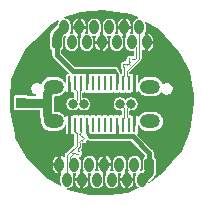
<source format=gbr>
%TF.GenerationSoftware,KiCad,Pcbnew,(6.0.2)*%
%TF.CreationDate,2022-06-06T09:31:28+03:00*%
%TF.ProjectId,TypeC_Bulgin_PCB,54797065-435f-4427-956c-67696e5f5043,rev?*%
%TF.SameCoordinates,Original*%
%TF.FileFunction,Copper,L1,Top*%
%TF.FilePolarity,Positive*%
%FSLAX46Y46*%
G04 Gerber Fmt 4.6, Leading zero omitted, Abs format (unit mm)*
G04 Created by KiCad (PCBNEW (6.0.2)) date 2022-06-06 09:31:28*
%MOMM*%
%LPD*%
G01*
G04 APERTURE LIST*
G04 Aperture macros list*
%AMRoundRect*
0 Rectangle with rounded corners*
0 $1 Rounding radius*
0 $2 $3 $4 $5 $6 $7 $8 $9 X,Y pos of 4 corners*
0 Add a 4 corners polygon primitive as box body*
4,1,4,$2,$3,$4,$5,$6,$7,$8,$9,$2,$3,0*
0 Add four circle primitives for the rounded corners*
1,1,$1+$1,$2,$3*
1,1,$1+$1,$4,$5*
1,1,$1+$1,$6,$7*
1,1,$1+$1,$8,$9*
0 Add four rect primitives between the rounded corners*
20,1,$1+$1,$2,$3,$4,$5,0*
20,1,$1+$1,$4,$5,$6,$7,0*
20,1,$1+$1,$6,$7,$8,$9,0*
20,1,$1+$1,$8,$9,$2,$3,0*%
G04 Aperture macros list end*
%TA.AperFunction,ComponentPad*%
%ADD10RoundRect,0.153846X-0.246154X0.396154X-0.246154X-0.396154X0.246154X-0.396154X0.246154X0.396154X0*%
%TD*%
%TA.AperFunction,ComponentPad*%
%ADD11O,0.800000X1.200000*%
%TD*%
%TA.AperFunction,SMDPad,CuDef*%
%ADD12R,0.270000X1.300000*%
%TD*%
%TA.AperFunction,ComponentPad*%
%ADD13O,1.700000X1.200000*%
%TD*%
%TA.AperFunction,ComponentPad*%
%ADD14RoundRect,0.153846X0.246154X-0.396154X0.246154X0.396154X-0.246154X0.396154X-0.246154X-0.396154X0*%
%TD*%
%TA.AperFunction,ComponentPad*%
%ADD15R,0.850000X0.850000*%
%TD*%
%TA.AperFunction,ViaPad*%
%ADD16C,0.800000*%
%TD*%
%TA.AperFunction,Conductor*%
%ADD17C,0.112000*%
%TD*%
%TA.AperFunction,Conductor*%
%ADD18C,0.250000*%
%TD*%
%TA.AperFunction,Conductor*%
%ADD19C,0.400000*%
%TD*%
%TA.AperFunction,Conductor*%
%ADD20C,0.800000*%
%TD*%
G04 APERTURE END LIST*
D10*
%TO.P,J3,1,Pin_1*%
%TO.N,VBUS*%
X104025000Y-105130000D03*
D11*
%TO.P,J3,2,Pin_2*%
X103390000Y-106400000D03*
%TO.P,J3,3,Pin_3*%
%TO.N,unconnected-(J3-Pad3)*%
X102755000Y-105130000D03*
%TO.P,J3,4,Pin_4*%
%TO.N,GND*%
X102120000Y-106400000D03*
%TO.P,J3,5,Pin_5*%
%TO.N,TX1+*%
X101485000Y-105130000D03*
%TO.P,J3,6,Pin_6*%
%TO.N,TX1-*%
X100850000Y-106400000D03*
%TO.P,J3,7,Pin_7*%
%TO.N,GND*%
X100215000Y-105130000D03*
%TO.P,J3,8,Pin_8*%
%TO.N,unconnected-(J3-Pad8)*%
X99580000Y-106400000D03*
%TO.P,J3,9,Pin_9*%
%TO.N,unconnected-(J3-Pad9)*%
X98945000Y-105130000D03*
%TO.P,J3,10,Pin_10*%
%TO.N,GND*%
X98310000Y-106400000D03*
%TO.P,J3,11,Pin_11*%
%TO.N,RX1-*%
X97675000Y-105130000D03*
%TO.P,J3,12,Pin_12*%
%TO.N,RX1+*%
X97040000Y-106400000D03*
%TO.P,J3,13,Pin_13*%
%TO.N,GND*%
X96405000Y-105130000D03*
%TD*%
D12*
%TO.P,J6,A1,GND*%
%TO.N,GND*%
X97250000Y-98250000D03*
%TO.P,J6,A2,TX1+*%
%TO.N,TX1-*%
X97750000Y-98250000D03*
%TO.P,J6,A3,TX1-*%
%TO.N,TX1+*%
X98250000Y-98250000D03*
%TO.P,J6,A4,VBUS*%
%TO.N,VBUS*%
X98750000Y-98250000D03*
%TO.P,J6,A5,CC1*%
%TO.N,unconnected-(J6-PadA5)*%
X99250000Y-98250000D03*
%TO.P,J6,A6,D+*%
%TO.N,unconnected-(J6-PadA6)*%
X99750000Y-98250000D03*
%TO.P,J6,A7,D-*%
%TO.N,unconnected-(J6-PadA7)*%
X100250000Y-98250000D03*
%TO.P,J6,A8,SBU1*%
%TO.N,unconnected-(J6-PadA8)*%
X100750000Y-98250000D03*
%TO.P,J6,A9,VBUS*%
%TO.N,VBUS*%
X101250000Y-98250000D03*
%TO.P,J6,A10,RX2-*%
%TO.N,RX2-*%
X101750000Y-98250000D03*
%TO.P,J6,A11,RX2+*%
%TO.N,RX2+*%
X102250000Y-98250000D03*
%TO.P,J6,A12,GND*%
%TO.N,GND*%
X102750000Y-98250000D03*
%TO.P,J6,B1,GND*%
X102750000Y-101750000D03*
%TO.P,J6,B2,TX2+*%
%TO.N,TX2-*%
X102250000Y-101750000D03*
%TO.P,J6,B3,TX2-*%
%TO.N,TX2+*%
X101750000Y-101750000D03*
%TO.P,J6,B4,VBUS*%
%TO.N,VBUS*%
X101250000Y-101750000D03*
%TO.P,J6,B5,CC2*%
%TO.N,unconnected-(J6-PadB5)*%
X100750000Y-101750000D03*
%TO.P,J6,B6,D+*%
%TO.N,unconnected-(J6-PadB6)*%
X100250000Y-101750000D03*
%TO.P,J6,B7,D-*%
%TO.N,unconnected-(J6-PadB7)*%
X99750000Y-101750000D03*
%TO.P,J6,B8,SBU2*%
%TO.N,unconnected-(J6-PadB8)*%
X99250000Y-101750000D03*
%TO.P,J6,B9,VBUS*%
%TO.N,VBUS*%
X98750000Y-101750000D03*
%TO.P,J6,B10,RX1-*%
%TO.N,RX1-*%
X98250000Y-101750000D03*
%TO.P,J6,B11,RX1+*%
%TO.N,RX1+*%
X97750000Y-101750000D03*
%TO.P,J6,B12,GND*%
%TO.N,GND*%
X97250000Y-101750000D03*
D13*
%TO.P,J6,S1,SHIELD*%
%TO.N,Net-(J1-Pad1)*%
X95900000Y-98530000D03*
X104100000Y-101470000D03*
X104100000Y-98530000D03*
X95900000Y-101470000D03*
%TD*%
D14*
%TO.P,J4,1,Pin_1*%
%TO.N,VBUS*%
X96160000Y-94780000D03*
D11*
%TO.P,J4,2,Pin_2*%
X96795000Y-93510000D03*
%TO.P,J4,3,Pin_3*%
%TO.N,unconnected-(J4-Pad3)*%
X97430000Y-94780000D03*
%TO.P,J4,4,Pin_4*%
%TO.N,GND*%
X98065000Y-93510000D03*
%TO.P,J4,5,Pin_5*%
%TO.N,TX2+*%
X98700000Y-94780000D03*
%TO.P,J4,6,Pin_6*%
%TO.N,TX2-*%
X99335000Y-93510000D03*
%TO.P,J4,7,Pin_7*%
%TO.N,GND*%
X99970000Y-94780000D03*
%TO.P,J4,8,Pin_8*%
%TO.N,unconnected-(J4-Pad8)*%
X100605000Y-93510000D03*
%TO.P,J4,9,Pin_9*%
%TO.N,unconnected-(J4-Pad9)*%
X101240000Y-94780000D03*
%TO.P,J4,10,Pin_10*%
%TO.N,GND*%
X101875000Y-93510000D03*
%TO.P,J4,11,Pin_11*%
%TO.N,RX2-*%
X102510000Y-94780000D03*
%TO.P,J4,12,Pin_12*%
%TO.N,RX2+*%
X103145000Y-93510000D03*
%TO.P,J4,13,Pin_13*%
%TO.N,GND*%
X103780000Y-94780000D03*
%TD*%
D15*
%TO.P,J1,1,Pin_1*%
%TO.N,Net-(J1-Pad1)*%
X93140000Y-99890000D03*
%TD*%
D16*
%TO.N,GND*%
X105080000Y-95000000D03*
X106040000Y-102880000D03*
X94060000Y-96210000D03*
X106180000Y-100110000D03*
X96530000Y-100010000D03*
X105490000Y-104390000D03*
X102310000Y-103890000D03*
X103510000Y-97090000D03*
X103510000Y-99990000D03*
X96380000Y-103250000D03*
X94770000Y-97380000D03*
X105880000Y-96980000D03*
X99540000Y-100010000D03*
X99620000Y-103780000D03*
X93190000Y-98000000D03*
X95110000Y-105170000D03*
X94660000Y-103350000D03*
X93260000Y-101700000D03*
X94920000Y-94970000D03*
X100470000Y-100010000D03*
%TO.N,TX1-*%
X97536500Y-100002820D03*
%TO.N,TX1+*%
X98463500Y-100002820D03*
%TO.N,TX2-*%
X102463500Y-99996990D03*
%TO.N,TX2+*%
X101536500Y-99996990D03*
%TD*%
D17*
%TO.N,RX1-*%
X98119500Y-103272500D02*
X98119500Y-103322500D01*
X98119500Y-103619500D02*
X98013435Y-103725565D01*
X98013435Y-103963153D02*
X98058690Y-104008408D01*
X97821104Y-104245996D02*
X97821102Y-104245997D01*
X98250000Y-102340000D02*
X98119500Y-102470500D01*
X98119500Y-103322500D02*
X98119500Y-103619500D01*
X97279001Y-104459999D02*
X97279001Y-104734001D01*
X97538260Y-104200743D02*
X97538259Y-104200742D01*
X97279001Y-104734001D02*
X97675000Y-105130000D01*
X97432193Y-104306807D02*
X97279001Y-104459999D01*
X98119500Y-102470500D02*
X98119500Y-102600500D01*
X98351500Y-103104500D02*
X98287500Y-103104500D01*
X98250000Y-101750000D02*
X98250000Y-102340000D01*
X97538259Y-104200742D02*
X97432193Y-104306807D01*
X97821102Y-104245997D02*
X97775848Y-104200743D01*
X98287500Y-102768500D02*
X98351500Y-102768500D01*
X98058690Y-104245996D02*
G75*
G03*
X98058690Y-104008408I-118794J118794D01*
G01*
X98519500Y-102936500D02*
G75*
G03*
X98351500Y-102768500I-168000J0D01*
G01*
X97821104Y-104245996D02*
G75*
G03*
X98058690Y-104245996I118793J118788D01*
G01*
X98287500Y-102768500D02*
G75*
G02*
X98119500Y-102600500I0J168000D01*
G01*
X98013435Y-103963153D02*
G75*
G02*
X98013435Y-103725565I118794J118794D01*
G01*
X98119500Y-103272500D02*
G75*
G02*
X98287500Y-103104500I168000J0D01*
G01*
X98351500Y-103104500D02*
G75*
G03*
X98519500Y-102936500I0J168000D01*
G01*
X97538260Y-104200743D02*
G75*
G02*
X97775848Y-104200743I118794J-118794D01*
G01*
%TO.N,RX1+*%
X97040000Y-104361000D02*
X97880000Y-103521000D01*
X97750000Y-102340000D02*
X97750000Y-101750000D01*
X97040000Y-106400000D02*
X97040000Y-104361000D01*
X97880000Y-102470000D02*
X97750000Y-102340000D01*
X97880000Y-103521000D02*
X97880000Y-102470000D01*
%TO.N,TX1-*%
X97750000Y-98765000D02*
X97880500Y-98895500D01*
X97880500Y-98895500D02*
X97880500Y-99658820D01*
X97880500Y-99658820D02*
X97536500Y-100002820D01*
X97750000Y-98250000D02*
X97750000Y-98765000D01*
%TO.N,TX1+*%
X98119500Y-99658820D02*
X98463500Y-100002820D01*
X98119500Y-98895500D02*
X98119500Y-99658820D01*
X98250000Y-98250000D02*
X98250000Y-98765000D01*
X98250000Y-98765000D02*
X98119500Y-98895500D01*
D18*
%TO.N,VBUS*%
X101250000Y-97390000D02*
X101060000Y-97200000D01*
D19*
X96160000Y-94780000D02*
X96160000Y-95850000D01*
D20*
X104025000Y-105765000D02*
X104025000Y-105130000D01*
D19*
X96160000Y-95850000D02*
X97510000Y-97200000D01*
D18*
X98750000Y-101750000D02*
X98750000Y-102480000D01*
D19*
X97510000Y-97200000D02*
X98930000Y-97200000D01*
D18*
X98930000Y-97200000D02*
X98750000Y-97380000D01*
D19*
X101190000Y-102750000D02*
X102620000Y-102750000D01*
D20*
X103390000Y-106400000D02*
X104025000Y-105765000D01*
D19*
X104025000Y-104155000D02*
X102620000Y-102750000D01*
D18*
X101250000Y-98250000D02*
X101250000Y-97390000D01*
X98750000Y-102480000D02*
X98990000Y-102720000D01*
D19*
X98930000Y-97200000D02*
X101060000Y-97200000D01*
X98990000Y-102720000D02*
X99020000Y-102750000D01*
X104025000Y-105130000D02*
X104025000Y-104155000D01*
D20*
X96160000Y-94145000D02*
X96160000Y-94780000D01*
D18*
X98750000Y-97380000D02*
X98750000Y-98250000D01*
D20*
X96795000Y-93510000D02*
X96160000Y-94145000D01*
D19*
X99020000Y-102750000D02*
X101190000Y-102750000D01*
D18*
X101250000Y-101750000D02*
X101250000Y-102690000D01*
X101250000Y-102690000D02*
X101190000Y-102750000D01*
D17*
%TO.N,RX2-*%
X102905999Y-95175999D02*
X102510000Y-94780000D01*
X102355678Y-96685191D02*
X102355677Y-96685190D01*
X102355677Y-96685190D02*
X102355677Y-96685189D01*
X102072835Y-96639936D02*
X102118090Y-96685191D01*
X101880500Y-96922780D02*
X101880501Y-96922778D01*
X102548012Y-96164759D02*
X102593267Y-96210014D01*
X102355678Y-96447601D02*
X102310424Y-96402347D01*
X102830855Y-96210014D02*
X102830854Y-96210013D01*
X101750000Y-97735000D02*
X101880500Y-97604500D01*
X102905999Y-96134867D02*
X102905999Y-95175999D01*
X101880500Y-97604500D02*
X101880500Y-97160366D01*
X102355677Y-96447603D02*
X102355678Y-96447601D01*
X102830854Y-96210013D02*
X102905999Y-96134867D01*
X101750000Y-98250000D02*
X101750000Y-97735000D01*
X101880501Y-96922778D02*
X101835247Y-96877524D01*
X102355678Y-96685191D02*
G75*
G02*
X102118090Y-96685191I-118794J118794D01*
G01*
X101835247Y-96639936D02*
G75*
G03*
X101835247Y-96877524I118794J-118794D01*
G01*
X102830855Y-96210014D02*
G75*
G02*
X102593267Y-96210014I-118794J118794D01*
G01*
X102310424Y-96164759D02*
G75*
G03*
X102310424Y-96402347I118794J-118794D01*
G01*
X102072835Y-96639936D02*
G75*
G03*
X101835247Y-96639936I-118794J-118794D01*
G01*
X101880500Y-96922780D02*
G75*
G02*
X101880500Y-97160366I-118788J-118793D01*
G01*
X102355677Y-96447603D02*
G75*
G02*
X102355677Y-96685189I-118788J-118793D01*
G01*
X102548012Y-96164759D02*
G75*
G03*
X102310424Y-96164759I-118794J-118794D01*
G01*
%TO.N,RX2+*%
X102250000Y-97735000D02*
X102119500Y-97604500D01*
X103145000Y-96195000D02*
X103145000Y-93510000D01*
X102250000Y-98250000D02*
X102250000Y-97735000D01*
X102119500Y-97604500D02*
X102119500Y-97220500D01*
X102119500Y-97220500D02*
X103145000Y-96195000D01*
%TO.N,TX2-*%
X102250000Y-101750000D02*
X102250000Y-101235000D01*
X102119500Y-100340990D02*
X102463500Y-99996990D01*
X102250000Y-101235000D02*
X102119500Y-101104500D01*
X102119500Y-101104500D02*
X102119500Y-100340990D01*
%TO.N,TX2+*%
X101750000Y-101750000D02*
X101750000Y-101235000D01*
X101880500Y-101104500D02*
X101880500Y-100340990D01*
X101880500Y-100340990D02*
X101536500Y-99996990D01*
X101750000Y-101235000D02*
X101880500Y-101104500D01*
D20*
%TO.N,Net-(J1-Pad1)*%
X95370000Y-100940000D02*
X95900000Y-101470000D01*
X95240000Y-99890000D02*
X95370000Y-99760000D01*
X93140000Y-99890000D02*
X95240000Y-99890000D01*
X95370000Y-99760000D02*
X95370000Y-100940000D01*
X95900000Y-98530000D02*
X95370000Y-99060000D01*
X95370000Y-99060000D02*
X95370000Y-99760000D01*
%TD*%
%TA.AperFunction,Conductor*%
%TO.N,GND*%
G36*
X98791958Y-103017640D02*
G01*
X98792746Y-103018428D01*
X98794393Y-103019605D01*
X98808551Y-103029723D01*
X98810387Y-103031100D01*
X98848811Y-103061392D01*
X98852630Y-103062733D01*
X98856182Y-103064686D01*
X98856053Y-103064921D01*
X98856619Y-103065216D01*
X98856737Y-103064975D01*
X98860376Y-103066758D01*
X98863669Y-103069111D01*
X98867546Y-103070270D01*
X98867547Y-103070271D01*
X98910553Y-103083132D01*
X98912749Y-103083846D01*
X98958906Y-103100055D01*
X98961975Y-103100321D01*
X98961976Y-103100321D01*
X98962387Y-103100356D01*
X98964044Y-103100500D01*
X98964038Y-103100567D01*
X98967529Y-103101157D01*
X98967565Y-103100875D01*
X98971582Y-103101382D01*
X98975463Y-103102543D01*
X98979512Y-103102384D01*
X99026506Y-103100538D01*
X99028429Y-103100500D01*
X102454522Y-103100500D01*
X102489170Y-103114852D01*
X103660148Y-104285830D01*
X103674500Y-104320478D01*
X103674500Y-104415283D01*
X103660148Y-104449931D01*
X103645392Y-104460064D01*
X103634729Y-104464800D01*
X103607611Y-104476845D01*
X103607610Y-104476846D01*
X103603476Y-104478682D01*
X103600281Y-104481883D01*
X103600279Y-104481884D01*
X103590117Y-104492064D01*
X103523376Y-104558922D01*
X103477532Y-104662618D01*
X103474500Y-104688625D01*
X103474500Y-105516679D01*
X103460148Y-105551327D01*
X103379281Y-105632194D01*
X103354319Y-105645579D01*
X103332871Y-105649904D01*
X103297066Y-105657124D01*
X103260265Y-105649905D01*
X103239348Y-105618777D01*
X103245736Y-105583271D01*
X103260876Y-105558852D01*
X103260878Y-105558848D01*
X103262635Y-105556014D01*
X103263566Y-105552810D01*
X103303997Y-105413647D01*
X103303997Y-105413645D01*
X103304715Y-105411175D01*
X103304909Y-105408540D01*
X103305433Y-105401392D01*
X103305500Y-105400485D01*
X103305500Y-104892215D01*
X103301155Y-104860492D01*
X103290659Y-104783878D01*
X103290206Y-104780568D01*
X103281485Y-104760415D01*
X103231632Y-104645211D01*
X103231631Y-104645210D01*
X103230305Y-104642145D01*
X103135386Y-104524930D01*
X103033289Y-104452373D01*
X103015165Y-104439493D01*
X103015164Y-104439493D01*
X103012442Y-104437558D01*
X103009302Y-104436427D01*
X103009299Y-104436426D01*
X102873674Y-104387598D01*
X102873673Y-104387598D01*
X102870532Y-104386467D01*
X102867204Y-104386223D01*
X102867201Y-104386222D01*
X102787468Y-104380367D01*
X102720109Y-104375420D01*
X102716836Y-104376080D01*
X102716835Y-104376080D01*
X102575533Y-104404572D01*
X102575530Y-104404573D01*
X102572257Y-104405233D01*
X102569281Y-104406749D01*
X102569279Y-104406750D01*
X102440848Y-104472188D01*
X102440845Y-104472190D01*
X102437868Y-104473707D01*
X102435408Y-104475969D01*
X102432458Y-104478682D01*
X102326844Y-104575799D01*
X102325085Y-104578636D01*
X102256889Y-104688626D01*
X102247365Y-104703986D01*
X102246434Y-104707189D01*
X102246434Y-104707190D01*
X102224115Y-104784014D01*
X102205285Y-104848825D01*
X102205097Y-104851389D01*
X102205096Y-104851393D01*
X102204823Y-104855122D01*
X102204500Y-104859515D01*
X102204500Y-105367785D01*
X102204726Y-105369432D01*
X102204726Y-105369438D01*
X102210083Y-105408540D01*
X102219794Y-105479432D01*
X102266288Y-105586872D01*
X102270474Y-105596546D01*
X102271063Y-105634044D01*
X102258330Y-105647183D01*
X102260379Y-105649047D01*
X102245000Y-105665949D01*
X102245000Y-106265253D01*
X102247855Y-106272145D01*
X102254747Y-106275000D01*
X102660253Y-106275000D01*
X102667145Y-106272145D01*
X102670000Y-106265253D01*
X102670000Y-106163922D01*
X102669774Y-106160598D01*
X102655173Y-106054014D01*
X102653393Y-106047637D01*
X102608168Y-105943128D01*
X102607579Y-105905630D01*
X102633678Y-105878698D01*
X102656725Y-105874800D01*
X102789891Y-105884580D01*
X102847934Y-105872876D01*
X102884735Y-105880096D01*
X102905652Y-105911223D01*
X102899264Y-105946729D01*
X102884124Y-105971148D01*
X102884122Y-105971152D01*
X102882365Y-105973986D01*
X102881434Y-105977189D01*
X102881434Y-105977190D01*
X102843379Y-106108177D01*
X102840285Y-106118825D01*
X102840097Y-106121389D01*
X102840096Y-106121393D01*
X102840091Y-106121461D01*
X102839500Y-106129515D01*
X102839500Y-106368250D01*
X102839232Y-106373372D01*
X102834599Y-106417454D01*
X102836134Y-106426530D01*
X102838814Y-106442375D01*
X102839500Y-106450547D01*
X102839500Y-106637785D01*
X102839726Y-106639432D01*
X102839726Y-106639438D01*
X102844720Y-106675891D01*
X102854794Y-106749432D01*
X102856121Y-106752498D01*
X102856121Y-106752499D01*
X102886548Y-106822810D01*
X102914695Y-106887855D01*
X103009614Y-107005070D01*
X103069926Y-107047932D01*
X103099832Y-107069185D01*
X103119761Y-107100954D01*
X103111388Y-107137511D01*
X103090626Y-107154217D01*
X102166337Y-107547305D01*
X102153161Y-107550844D01*
X100622991Y-107739631D01*
X100616991Y-107740000D01*
X98935904Y-107740000D01*
X98924269Y-107738599D01*
X97136275Y-107301534D01*
X97124332Y-107296889D01*
X97029982Y-107245099D01*
X97006514Y-107215846D01*
X97010606Y-107178567D01*
X97039859Y-107155099D01*
X97057149Y-107153277D01*
X97074891Y-107154580D01*
X97078164Y-107153920D01*
X97078165Y-107153920D01*
X97219467Y-107125428D01*
X97219470Y-107125427D01*
X97222743Y-107124767D01*
X97225719Y-107123251D01*
X97225721Y-107123250D01*
X97354152Y-107057812D01*
X97354155Y-107057810D01*
X97357132Y-107056293D01*
X97468156Y-106954201D01*
X97547635Y-106826014D01*
X97548566Y-106822810D01*
X97588997Y-106683647D01*
X97588997Y-106683645D01*
X97589715Y-106681175D01*
X97589909Y-106678540D01*
X97590433Y-106671392D01*
X97590500Y-106670485D01*
X97590500Y-106636078D01*
X97760000Y-106636078D01*
X97760226Y-106639402D01*
X97774827Y-106745986D01*
X97776607Y-106752363D01*
X97833800Y-106884528D01*
X97837229Y-106890190D01*
X97927858Y-107002107D01*
X97932681Y-107006636D01*
X98050069Y-107090060D01*
X98055934Y-107093126D01*
X98175829Y-107136291D01*
X98183282Y-107135940D01*
X98185000Y-107134051D01*
X98185000Y-107126152D01*
X98435000Y-107126152D01*
X98437855Y-107133044D01*
X98441556Y-107134577D01*
X98489302Y-107124950D01*
X98495555Y-107122773D01*
X98623864Y-107057397D01*
X98629304Y-107053616D01*
X98735309Y-106956139D01*
X98739526Y-106951042D01*
X98815414Y-106828646D01*
X98818106Y-106822598D01*
X98858498Y-106683567D01*
X98859403Y-106678540D01*
X98859933Y-106671319D01*
X98860000Y-106669508D01*
X98860000Y-106534747D01*
X98857145Y-106527855D01*
X98850253Y-106525000D01*
X98444747Y-106525000D01*
X98437855Y-106527855D01*
X98435000Y-106534747D01*
X98435000Y-107126152D01*
X98185000Y-107126152D01*
X98185000Y-106534747D01*
X98182145Y-106527855D01*
X98175253Y-106525000D01*
X97769747Y-106525000D01*
X97762855Y-106527855D01*
X97760000Y-106534747D01*
X97760000Y-106636078D01*
X97590500Y-106636078D01*
X97590500Y-106162215D01*
X97586155Y-106130492D01*
X97582836Y-106106267D01*
X97575206Y-106050568D01*
X97570824Y-106040441D01*
X97528731Y-105943170D01*
X97528142Y-105905672D01*
X97554241Y-105878740D01*
X97577290Y-105874842D01*
X97622322Y-105878149D01*
X97709891Y-105884580D01*
X97768608Y-105872740D01*
X97805408Y-105879960D01*
X97826325Y-105911087D01*
X97819937Y-105946593D01*
X97804587Y-105971350D01*
X97801894Y-105977402D01*
X97761502Y-106116433D01*
X97760597Y-106121460D01*
X97760067Y-106128681D01*
X97760000Y-106130492D01*
X97760000Y-106265253D01*
X97762855Y-106272145D01*
X97769747Y-106275000D01*
X98175253Y-106275000D01*
X98182145Y-106272145D01*
X98185000Y-106265253D01*
X98185000Y-105673848D01*
X98182145Y-105666956D01*
X98181090Y-105666519D01*
X98154572Y-105640000D01*
X98154572Y-105602497D01*
X98158197Y-105595428D01*
X98165651Y-105583407D01*
X98174521Y-105569101D01*
X98180878Y-105558848D01*
X98180878Y-105558847D01*
X98182635Y-105556014D01*
X98183566Y-105552810D01*
X98223997Y-105413647D01*
X98223997Y-105413645D01*
X98224715Y-105411175D01*
X98224909Y-105408540D01*
X98225433Y-105401392D01*
X98225500Y-105400485D01*
X98225500Y-105367785D01*
X98394500Y-105367785D01*
X98394726Y-105369432D01*
X98394726Y-105369438D01*
X98400083Y-105408540D01*
X98409794Y-105479432D01*
X98456288Y-105586872D01*
X98460474Y-105596546D01*
X98461063Y-105634044D01*
X98448330Y-105647183D01*
X98450379Y-105649047D01*
X98435000Y-105665949D01*
X98435000Y-106265253D01*
X98437855Y-106272145D01*
X98444747Y-106275000D01*
X98850253Y-106275000D01*
X98857145Y-106272145D01*
X98860000Y-106265253D01*
X98860000Y-106163922D01*
X98859774Y-106160598D01*
X98845173Y-106054014D01*
X98843393Y-106047637D01*
X98798168Y-105943128D01*
X98797579Y-105905630D01*
X98823678Y-105878698D01*
X98846725Y-105874800D01*
X98979891Y-105884580D01*
X99037934Y-105872876D01*
X99074735Y-105880096D01*
X99095652Y-105911223D01*
X99089264Y-105946729D01*
X99074124Y-105971148D01*
X99074122Y-105971152D01*
X99072365Y-105973986D01*
X99071434Y-105977189D01*
X99071434Y-105977190D01*
X99033379Y-106108177D01*
X99030285Y-106118825D01*
X99030097Y-106121389D01*
X99030096Y-106121393D01*
X99030091Y-106121461D01*
X99029500Y-106129515D01*
X99029500Y-106637785D01*
X99029726Y-106639432D01*
X99029726Y-106639438D01*
X99034720Y-106675891D01*
X99044794Y-106749432D01*
X99046121Y-106752498D01*
X99046121Y-106752499D01*
X99076548Y-106822810D01*
X99104695Y-106887855D01*
X99199614Y-107005070D01*
X99322558Y-107092442D01*
X99325698Y-107093573D01*
X99325701Y-107093574D01*
X99461326Y-107142402D01*
X99461327Y-107142402D01*
X99464468Y-107143533D01*
X99467796Y-107143777D01*
X99467799Y-107143778D01*
X99547532Y-107149633D01*
X99614891Y-107154580D01*
X99618164Y-107153920D01*
X99618165Y-107153920D01*
X99759467Y-107125428D01*
X99759470Y-107125427D01*
X99762743Y-107124767D01*
X99765719Y-107123251D01*
X99765721Y-107123250D01*
X99894152Y-107057812D01*
X99894155Y-107057810D01*
X99897132Y-107056293D01*
X100008156Y-106954201D01*
X100087635Y-106826014D01*
X100088566Y-106822810D01*
X100128997Y-106683647D01*
X100128997Y-106683645D01*
X100129715Y-106681175D01*
X100129909Y-106678540D01*
X100130433Y-106671392D01*
X100130500Y-106670485D01*
X100130500Y-106637785D01*
X100299500Y-106637785D01*
X100299726Y-106639432D01*
X100299726Y-106639438D01*
X100304720Y-106675891D01*
X100314794Y-106749432D01*
X100316121Y-106752498D01*
X100316121Y-106752499D01*
X100346548Y-106822810D01*
X100374695Y-106887855D01*
X100469614Y-107005070D01*
X100592558Y-107092442D01*
X100595698Y-107093573D01*
X100595701Y-107093574D01*
X100731326Y-107142402D01*
X100731327Y-107142402D01*
X100734468Y-107143533D01*
X100737796Y-107143777D01*
X100737799Y-107143778D01*
X100817532Y-107149633D01*
X100884891Y-107154580D01*
X100888164Y-107153920D01*
X100888165Y-107153920D01*
X101029467Y-107125428D01*
X101029470Y-107125427D01*
X101032743Y-107124767D01*
X101035719Y-107123251D01*
X101035721Y-107123250D01*
X101164152Y-107057812D01*
X101164155Y-107057810D01*
X101167132Y-107056293D01*
X101278156Y-106954201D01*
X101357635Y-106826014D01*
X101358566Y-106822810D01*
X101398997Y-106683647D01*
X101398997Y-106683645D01*
X101399715Y-106681175D01*
X101399909Y-106678540D01*
X101400433Y-106671392D01*
X101400500Y-106670485D01*
X101400500Y-106636078D01*
X101570000Y-106636078D01*
X101570226Y-106639402D01*
X101584827Y-106745986D01*
X101586607Y-106752363D01*
X101643800Y-106884528D01*
X101647229Y-106890190D01*
X101737858Y-107002107D01*
X101742681Y-107006636D01*
X101860069Y-107090060D01*
X101865934Y-107093126D01*
X101985829Y-107136291D01*
X101993282Y-107135940D01*
X101995000Y-107134051D01*
X101995000Y-107126152D01*
X102245000Y-107126152D01*
X102247855Y-107133044D01*
X102251556Y-107134577D01*
X102299302Y-107124950D01*
X102305555Y-107122773D01*
X102433864Y-107057397D01*
X102439304Y-107053616D01*
X102545309Y-106956139D01*
X102549526Y-106951042D01*
X102625414Y-106828646D01*
X102628106Y-106822598D01*
X102668498Y-106683567D01*
X102669403Y-106678540D01*
X102669933Y-106671319D01*
X102670000Y-106669508D01*
X102670000Y-106534747D01*
X102667145Y-106527855D01*
X102660253Y-106525000D01*
X102254747Y-106525000D01*
X102247855Y-106527855D01*
X102245000Y-106534747D01*
X102245000Y-107126152D01*
X101995000Y-107126152D01*
X101995000Y-106534747D01*
X101992145Y-106527855D01*
X101985253Y-106525000D01*
X101579747Y-106525000D01*
X101572855Y-106527855D01*
X101570000Y-106534747D01*
X101570000Y-106636078D01*
X101400500Y-106636078D01*
X101400500Y-106162215D01*
X101396155Y-106130492D01*
X101392836Y-106106267D01*
X101385206Y-106050568D01*
X101380824Y-106040441D01*
X101338731Y-105943170D01*
X101338142Y-105905672D01*
X101364241Y-105878740D01*
X101387290Y-105874842D01*
X101432322Y-105878149D01*
X101519891Y-105884580D01*
X101578608Y-105872740D01*
X101615408Y-105879960D01*
X101636325Y-105911087D01*
X101629937Y-105946593D01*
X101614587Y-105971350D01*
X101611894Y-105977402D01*
X101571502Y-106116433D01*
X101570597Y-106121460D01*
X101570067Y-106128681D01*
X101570000Y-106130492D01*
X101570000Y-106265253D01*
X101572855Y-106272145D01*
X101579747Y-106275000D01*
X101985253Y-106275000D01*
X101992145Y-106272145D01*
X101995000Y-106265253D01*
X101995000Y-105673848D01*
X101992145Y-105666956D01*
X101991090Y-105666519D01*
X101964572Y-105640000D01*
X101964572Y-105602497D01*
X101968197Y-105595428D01*
X101975651Y-105583407D01*
X101984521Y-105569101D01*
X101990878Y-105558848D01*
X101990878Y-105558847D01*
X101992635Y-105556014D01*
X101993566Y-105552810D01*
X102033997Y-105413647D01*
X102033997Y-105413645D01*
X102034715Y-105411175D01*
X102034909Y-105408540D01*
X102035433Y-105401392D01*
X102035500Y-105400485D01*
X102035500Y-104892215D01*
X102031155Y-104860492D01*
X102020659Y-104783878D01*
X102020206Y-104780568D01*
X102011485Y-104760415D01*
X101961632Y-104645211D01*
X101961631Y-104645210D01*
X101960305Y-104642145D01*
X101865386Y-104524930D01*
X101763289Y-104452373D01*
X101745165Y-104439493D01*
X101745164Y-104439493D01*
X101742442Y-104437558D01*
X101739302Y-104436427D01*
X101739299Y-104436426D01*
X101603674Y-104387598D01*
X101603673Y-104387598D01*
X101600532Y-104386467D01*
X101597204Y-104386223D01*
X101597201Y-104386222D01*
X101517468Y-104380367D01*
X101450109Y-104375420D01*
X101446836Y-104376080D01*
X101446835Y-104376080D01*
X101305533Y-104404572D01*
X101305530Y-104404573D01*
X101302257Y-104405233D01*
X101299281Y-104406749D01*
X101299279Y-104406750D01*
X101170848Y-104472188D01*
X101170845Y-104472190D01*
X101167868Y-104473707D01*
X101165408Y-104475969D01*
X101162458Y-104478682D01*
X101056844Y-104575799D01*
X101055085Y-104578636D01*
X100986889Y-104688626D01*
X100977365Y-104703986D01*
X100976434Y-104707189D01*
X100976434Y-104707190D01*
X100954115Y-104784014D01*
X100935285Y-104848825D01*
X100935097Y-104851389D01*
X100935096Y-104851393D01*
X100934823Y-104855122D01*
X100934500Y-104859515D01*
X100934500Y-105367785D01*
X100934726Y-105369432D01*
X100934726Y-105369438D01*
X100940083Y-105408540D01*
X100949794Y-105479432D01*
X100951121Y-105482498D01*
X100951121Y-105482499D01*
X100996269Y-105586830D01*
X100996858Y-105624328D01*
X100970759Y-105651260D01*
X100947710Y-105655158D01*
X100894630Y-105651260D01*
X100815109Y-105645420D01*
X100756392Y-105657260D01*
X100719592Y-105650040D01*
X100698675Y-105618913D01*
X100705063Y-105583407D01*
X100720413Y-105558650D01*
X100723106Y-105552598D01*
X100763498Y-105413567D01*
X100764403Y-105408540D01*
X100764933Y-105401319D01*
X100765000Y-105399508D01*
X100765000Y-105264747D01*
X100762145Y-105257855D01*
X100755253Y-105255000D01*
X100349747Y-105255000D01*
X100342855Y-105257855D01*
X100340000Y-105264747D01*
X100340000Y-105856152D01*
X100342855Y-105863044D01*
X100343910Y-105863481D01*
X100370428Y-105890000D01*
X100370428Y-105927503D01*
X100366805Y-105934568D01*
X100359265Y-105946729D01*
X100344125Y-105971148D01*
X100342365Y-105973986D01*
X100341434Y-105977189D01*
X100341434Y-105977190D01*
X100303379Y-106108177D01*
X100300285Y-106118825D01*
X100300097Y-106121389D01*
X100300096Y-106121393D01*
X100300091Y-106121461D01*
X100299500Y-106129515D01*
X100299500Y-106637785D01*
X100130500Y-106637785D01*
X100130500Y-106162215D01*
X100126155Y-106130492D01*
X100122836Y-106106267D01*
X100115206Y-106050568D01*
X100109674Y-106037783D01*
X100068731Y-105943170D01*
X100064526Y-105933453D01*
X100063937Y-105895956D01*
X100076670Y-105882817D01*
X100074621Y-105880953D01*
X100090000Y-105864051D01*
X100090000Y-105264747D01*
X100087145Y-105257855D01*
X100080253Y-105255000D01*
X99674747Y-105255000D01*
X99667855Y-105257855D01*
X99665000Y-105264747D01*
X99665000Y-105366078D01*
X99665226Y-105369402D01*
X99679827Y-105475986D01*
X99681607Y-105482363D01*
X99726832Y-105586872D01*
X99727421Y-105624370D01*
X99701322Y-105651302D01*
X99678275Y-105655200D01*
X99545109Y-105645420D01*
X99487066Y-105657124D01*
X99450265Y-105649904D01*
X99429348Y-105618777D01*
X99435736Y-105583271D01*
X99450876Y-105558852D01*
X99450878Y-105558848D01*
X99452635Y-105556014D01*
X99453566Y-105552810D01*
X99493997Y-105413647D01*
X99493997Y-105413645D01*
X99494715Y-105411175D01*
X99494909Y-105408540D01*
X99495433Y-105401392D01*
X99495500Y-105400485D01*
X99495500Y-104995253D01*
X99665000Y-104995253D01*
X99667855Y-105002145D01*
X99674747Y-105005000D01*
X100080253Y-105005000D01*
X100087145Y-105002145D01*
X100090000Y-104995253D01*
X100340000Y-104995253D01*
X100342855Y-105002145D01*
X100349747Y-105005000D01*
X100755253Y-105005000D01*
X100762145Y-105002145D01*
X100765000Y-104995253D01*
X100765000Y-104893922D01*
X100764774Y-104890598D01*
X100750173Y-104784014D01*
X100748393Y-104777637D01*
X100691200Y-104645472D01*
X100687771Y-104639810D01*
X100597142Y-104527893D01*
X100592319Y-104523364D01*
X100474931Y-104439940D01*
X100469066Y-104436874D01*
X100349171Y-104393709D01*
X100341718Y-104394060D01*
X100340000Y-104395949D01*
X100340000Y-104995253D01*
X100090000Y-104995253D01*
X100090000Y-104403848D01*
X100087145Y-104396956D01*
X100083444Y-104395423D01*
X100035698Y-104405050D01*
X100029445Y-104407227D01*
X99901136Y-104472603D01*
X99895696Y-104476384D01*
X99789691Y-104573861D01*
X99785474Y-104578958D01*
X99709586Y-104701354D01*
X99706894Y-104707402D01*
X99666502Y-104846433D01*
X99665597Y-104851460D01*
X99665067Y-104858681D01*
X99665000Y-104860492D01*
X99665000Y-104995253D01*
X99495500Y-104995253D01*
X99495500Y-104892215D01*
X99491155Y-104860492D01*
X99480659Y-104783878D01*
X99480206Y-104780568D01*
X99471485Y-104760415D01*
X99421632Y-104645211D01*
X99421631Y-104645210D01*
X99420305Y-104642145D01*
X99325386Y-104524930D01*
X99223289Y-104452373D01*
X99205165Y-104439493D01*
X99205164Y-104439493D01*
X99202442Y-104437558D01*
X99199302Y-104436427D01*
X99199299Y-104436426D01*
X99063674Y-104387598D01*
X99063673Y-104387598D01*
X99060532Y-104386467D01*
X99057204Y-104386223D01*
X99057201Y-104386222D01*
X98977468Y-104380367D01*
X98910109Y-104375420D01*
X98906836Y-104376080D01*
X98906835Y-104376080D01*
X98765533Y-104404572D01*
X98765530Y-104404573D01*
X98762257Y-104405233D01*
X98759281Y-104406749D01*
X98759279Y-104406750D01*
X98630848Y-104472188D01*
X98630845Y-104472190D01*
X98627868Y-104473707D01*
X98625408Y-104475969D01*
X98622458Y-104478682D01*
X98516844Y-104575799D01*
X98515085Y-104578636D01*
X98446889Y-104688626D01*
X98437365Y-104703986D01*
X98436434Y-104707189D01*
X98436434Y-104707190D01*
X98414115Y-104784014D01*
X98395285Y-104848825D01*
X98395097Y-104851389D01*
X98395096Y-104851393D01*
X98394823Y-104855122D01*
X98394500Y-104859515D01*
X98394500Y-105367785D01*
X98225500Y-105367785D01*
X98225500Y-104892215D01*
X98221155Y-104860492D01*
X98210659Y-104783878D01*
X98210206Y-104780568D01*
X98201485Y-104760415D01*
X98151632Y-104645211D01*
X98151631Y-104645210D01*
X98150305Y-104642145D01*
X98072300Y-104545817D01*
X98061648Y-104509858D01*
X98079543Y-104476900D01*
X98091628Y-104469710D01*
X98128765Y-104454327D01*
X98187138Y-104409535D01*
X98191039Y-104406832D01*
X98193611Y-104405228D01*
X98193612Y-104405227D01*
X98205581Y-104397762D01*
X98207940Y-104396291D01*
X98208463Y-104395769D01*
X98208466Y-104395766D01*
X98219015Y-104378981D01*
X98221624Y-104375232D01*
X98265066Y-104318617D01*
X98267022Y-104316068D01*
X98304757Y-104224966D01*
X98316716Y-104134133D01*
X98317209Y-104130385D01*
X98317628Y-104127202D01*
X98304757Y-104029438D01*
X98267022Y-103938336D01*
X98239538Y-103902518D01*
X98222236Y-103879970D01*
X98219531Y-103876068D01*
X98215337Y-103869342D01*
X98209182Y-103832347D01*
X98222268Y-103808767D01*
X98234702Y-103796333D01*
X98242077Y-103791106D01*
X98242063Y-103791089D01*
X98246384Y-103787652D01*
X98251355Y-103785265D01*
X98271963Y-103759496D01*
X98275583Y-103755452D01*
X98281981Y-103749054D01*
X98286622Y-103741671D01*
X98289838Y-103737145D01*
X98306752Y-103715995D01*
X98310197Y-103711687D01*
X98311433Y-103706310D01*
X98313514Y-103702006D01*
X98314891Y-103698692D01*
X98316472Y-103694177D01*
X98319408Y-103689506D01*
X98323070Y-103657113D01*
X98324007Y-103651635D01*
X98325378Y-103645674D01*
X98325379Y-103645668D01*
X98326000Y-103642966D01*
X98326000Y-103633962D01*
X98326310Y-103628457D01*
X98329372Y-103601374D01*
X98329992Y-103595889D01*
X98328172Y-103590677D01*
X98327601Y-103585589D01*
X98326000Y-103576149D01*
X98326000Y-103361209D01*
X98340352Y-103326561D01*
X98364105Y-103313436D01*
X98370827Y-103311903D01*
X98375326Y-103311095D01*
X98416784Y-103305637D01*
X98449264Y-103301361D01*
X98540366Y-103263626D01*
X98618597Y-103203597D01*
X98678626Y-103125366D01*
X98715425Y-103036524D01*
X98741942Y-103010006D01*
X98779445Y-103010006D01*
X98791958Y-103017640D01*
G37*
%TD.AperFunction*%
%TA.AperFunction,Conductor*%
G36*
X96348330Y-92937808D02*
G01*
X96352679Y-92975058D01*
X96347185Y-92987505D01*
X96289122Y-93081152D01*
X96287365Y-93083986D01*
X96286434Y-93087189D01*
X96286434Y-93087190D01*
X96264115Y-93164014D01*
X96245285Y-93228825D01*
X96245097Y-93231389D01*
X96245096Y-93231393D01*
X96244823Y-93235122D01*
X96244500Y-93239515D01*
X96244500Y-93261679D01*
X96230148Y-93296327D01*
X95780222Y-93746254D01*
X95778741Y-93747675D01*
X95731844Y-93790799D01*
X95730087Y-93793634D01*
X95730082Y-93793639D01*
X95706997Y-93830873D01*
X95704393Y-93834663D01*
X95675888Y-93872217D01*
X95667824Y-93892585D01*
X95663909Y-93900368D01*
X95652365Y-93918986D01*
X95646594Y-93938852D01*
X95639214Y-93964253D01*
X95637719Y-93968620D01*
X95632225Y-93982497D01*
X95620364Y-94012453D01*
X95620015Y-94015771D01*
X95620015Y-94015772D01*
X95618074Y-94034239D01*
X95616397Y-94042786D01*
X95610285Y-94063825D01*
X95609500Y-94074515D01*
X95609500Y-94113250D01*
X95609232Y-94118372D01*
X95604599Y-94162454D01*
X95605156Y-94165747D01*
X95608814Y-94187375D01*
X95609500Y-94195547D01*
X95609500Y-94817785D01*
X95609501Y-94817789D01*
X95609501Y-95221374D01*
X95612657Y-95247907D01*
X95614148Y-95251264D01*
X95614149Y-95251267D01*
X95649584Y-95331042D01*
X95658682Y-95351524D01*
X95661883Y-95354719D01*
X95661884Y-95354721D01*
X95689318Y-95382107D01*
X95738922Y-95431624D01*
X95743061Y-95433454D01*
X95744366Y-95434031D01*
X95780313Y-95449923D01*
X95806199Y-95477059D01*
X95809500Y-95494739D01*
X95809500Y-95807374D01*
X95808402Y-95817687D01*
X95805049Y-95833261D01*
X95805526Y-95837287D01*
X95809160Y-95867994D01*
X95809500Y-95873753D01*
X95809500Y-95879115D01*
X95812694Y-95898308D01*
X95813014Y-95900554D01*
X95818764Y-95949138D01*
X95820518Y-95952791D01*
X95821647Y-95956677D01*
X95821389Y-95956752D01*
X95821583Y-95957362D01*
X95821835Y-95957276D01*
X95823147Y-95961108D01*
X95823812Y-95965103D01*
X95844755Y-96003916D01*
X95847051Y-96008172D01*
X95848096Y-96010224D01*
X95869274Y-96054326D01*
X95872034Y-96057610D01*
X95872592Y-96058274D01*
X95872538Y-96058319D01*
X95874589Y-96061204D01*
X95874815Y-96061029D01*
X95877301Y-96064234D01*
X95879222Y-96067794D01*
X95882192Y-96070540D01*
X95882194Y-96070542D01*
X95916747Y-96102482D01*
X95918134Y-96103816D01*
X97180671Y-97366353D01*
X97195023Y-97401001D01*
X97180671Y-97435649D01*
X97146023Y-97450001D01*
X97102630Y-97450001D01*
X97097870Y-97450470D01*
X97061205Y-97457762D01*
X97052461Y-97461383D01*
X97010867Y-97489176D01*
X97004176Y-97495867D01*
X96976384Y-97537461D01*
X96972762Y-97546206D01*
X96965471Y-97582859D01*
X96965000Y-97587635D01*
X96965000Y-98153803D01*
X96950648Y-98188451D01*
X96916000Y-98202803D01*
X96881352Y-98188451D01*
X96874265Y-98179478D01*
X96786229Y-98036377D01*
X96786227Y-98036375D01*
X96784794Y-98034045D01*
X96737336Y-97985582D01*
X96661059Y-97907690D01*
X96661056Y-97907688D01*
X96659141Y-97905732D01*
X96508183Y-97808446D01*
X96400317Y-97769186D01*
X96341997Y-97747959D01*
X96341995Y-97747959D01*
X96339422Y-97747022D01*
X96200717Y-97729500D01*
X95604845Y-97729500D01*
X95603494Y-97729652D01*
X95603486Y-97729652D01*
X95474246Y-97744149D01*
X95474245Y-97744149D01*
X95471528Y-97744454D01*
X95468940Y-97745355D01*
X95468941Y-97745355D01*
X95304516Y-97802613D01*
X95304513Y-97802615D01*
X95301927Y-97803515D01*
X95299604Y-97804966D01*
X95299603Y-97804967D01*
X95151950Y-97897231D01*
X95149625Y-97898684D01*
X95147682Y-97900613D01*
X95147680Y-97900615D01*
X95140556Y-97907690D01*
X95022193Y-98025230D01*
X95016599Y-98034045D01*
X94927781Y-98174000D01*
X94925963Y-98176864D01*
X94925045Y-98179442D01*
X94925044Y-98179444D01*
X94887543Y-98284760D01*
X94862400Y-98312586D01*
X94824945Y-98314484D01*
X94808946Y-98305050D01*
X94780231Y-98279690D01*
X94777612Y-98277377D01*
X94774454Y-98275894D01*
X94774452Y-98275893D01*
X94700317Y-98241087D01*
X94647837Y-98216447D01*
X94538991Y-98199500D01*
X94464060Y-98199500D01*
X94462336Y-98199747D01*
X94462334Y-98199747D01*
X94390889Y-98209979D01*
X94358082Y-98214677D01*
X94227572Y-98274016D01*
X94224929Y-98276293D01*
X94224928Y-98276294D01*
X94180607Y-98314484D01*
X94118963Y-98367600D01*
X94040985Y-98487905D01*
X93999907Y-98625261D01*
X93999031Y-98768624D01*
X93999990Y-98771979D01*
X93999990Y-98771980D01*
X94037469Y-98903116D01*
X94038428Y-98906471D01*
X94114930Y-99027720D01*
X94222388Y-99122623D01*
X94225546Y-99124106D01*
X94225548Y-99124107D01*
X94285618Y-99152310D01*
X94352163Y-99183553D01*
X94406384Y-99191995D01*
X94406949Y-99192083D01*
X94438977Y-99211595D01*
X94447828Y-99248038D01*
X94428316Y-99280066D01*
X94399411Y-99289500D01*
X93678100Y-99289500D01*
X93650877Y-99281242D01*
X93647245Y-99278815D01*
X93643231Y-99276133D01*
X93584748Y-99264500D01*
X92695252Y-99264500D01*
X92636769Y-99276133D01*
X92570448Y-99320448D01*
X92526133Y-99386769D01*
X92514500Y-99445252D01*
X92514500Y-100334748D01*
X92526133Y-100393231D01*
X92570448Y-100459552D01*
X92636769Y-100503867D01*
X92695252Y-100515500D01*
X93584748Y-100515500D01*
X93643231Y-100503867D01*
X93650877Y-100498758D01*
X93678100Y-100490500D01*
X94720500Y-100490500D01*
X94755148Y-100504852D01*
X94769500Y-100539500D01*
X94769500Y-100897426D01*
X94769081Y-100903821D01*
X94764318Y-100940000D01*
X94764737Y-100943183D01*
X94781856Y-101073215D01*
X94782463Y-101077822D01*
X94784956Y-101096762D01*
X94786183Y-101099724D01*
X94786184Y-101099728D01*
X94832274Y-101210998D01*
X94845464Y-101242841D01*
X94847418Y-101245387D01*
X94847420Y-101245391D01*
X94855311Y-101255675D01*
X94865092Y-101291306D01*
X94858493Y-101346650D01*
X94844455Y-101464376D01*
X94863227Y-101642983D01*
X94921103Y-101812993D01*
X95015206Y-101965955D01*
X95017121Y-101967911D01*
X95017123Y-101967913D01*
X95138941Y-102092310D01*
X95138944Y-102092312D01*
X95140859Y-102094268D01*
X95291817Y-102191554D01*
X95399683Y-102230814D01*
X95458003Y-102252041D01*
X95458005Y-102252041D01*
X95460578Y-102252978D01*
X95599283Y-102270500D01*
X96195155Y-102270500D01*
X96196506Y-102270348D01*
X96196514Y-102270348D01*
X96325754Y-102255851D01*
X96325755Y-102255851D01*
X96328472Y-102255546D01*
X96366696Y-102242235D01*
X96495484Y-102197387D01*
X96495487Y-102197385D01*
X96498073Y-102196485D01*
X96501908Y-102194089D01*
X96648050Y-102102769D01*
X96648051Y-102102768D01*
X96650375Y-102101316D01*
X96657473Y-102094268D01*
X96775860Y-101976703D01*
X96777807Y-101974770D01*
X96874037Y-101823136D01*
X96875170Y-101823855D01*
X96900060Y-101801845D01*
X96937492Y-101804144D01*
X96962335Y-101832238D01*
X96965001Y-101848179D01*
X96965001Y-102412370D01*
X96965470Y-102417130D01*
X96972762Y-102453795D01*
X96976383Y-102462539D01*
X97004176Y-102504133D01*
X97010867Y-102510824D01*
X97052461Y-102538616D01*
X97061206Y-102542238D01*
X97097859Y-102549529D01*
X97102635Y-102550000D01*
X97115253Y-102550000D01*
X97122145Y-102547145D01*
X97125000Y-102540253D01*
X97125000Y-100959748D01*
X97122145Y-100952856D01*
X97115253Y-100950001D01*
X97102630Y-100950001D01*
X97097870Y-100950470D01*
X97061205Y-100957762D01*
X97052461Y-100961383D01*
X97010867Y-100989176D01*
X97004176Y-100995867D01*
X96976384Y-101037461D01*
X96972762Y-101046206D01*
X96965471Y-101082859D01*
X96965000Y-101087635D01*
X96965000Y-101093803D01*
X96950648Y-101128451D01*
X96916000Y-101142803D01*
X96881352Y-101128451D01*
X96874265Y-101119478D01*
X96786229Y-100976377D01*
X96786227Y-100976375D01*
X96784794Y-100974045D01*
X96774269Y-100963297D01*
X96661059Y-100847690D01*
X96661056Y-100847688D01*
X96659141Y-100845732D01*
X96508183Y-100748446D01*
X96400317Y-100709186D01*
X96341997Y-100687959D01*
X96341995Y-100687959D01*
X96339422Y-100687022D01*
X96200717Y-100669500D01*
X96019500Y-100669500D01*
X95984852Y-100655148D01*
X95970500Y-100620500D01*
X95970500Y-99802574D01*
X95970919Y-99796178D01*
X95975263Y-99763183D01*
X95975682Y-99760000D01*
X95970919Y-99723821D01*
X95970500Y-99717426D01*
X95970500Y-99379500D01*
X95984852Y-99344852D01*
X96019500Y-99330500D01*
X96195155Y-99330500D01*
X96196506Y-99330348D01*
X96196514Y-99330348D01*
X96325754Y-99315851D01*
X96325755Y-99315851D01*
X96328472Y-99315546D01*
X96366696Y-99302235D01*
X96495484Y-99257387D01*
X96495487Y-99257385D01*
X96498073Y-99256485D01*
X96505965Y-99251554D01*
X96648050Y-99162769D01*
X96648051Y-99162768D01*
X96650375Y-99161316D01*
X96654179Y-99157539D01*
X96762471Y-99049999D01*
X96777807Y-99034770D01*
X96874037Y-98883136D01*
X96875173Y-98883857D01*
X96900045Y-98861849D01*
X96937478Y-98864136D01*
X96962330Y-98892222D01*
X96965001Y-98908178D01*
X96965001Y-98912370D01*
X96965470Y-98917130D01*
X96972762Y-98953795D01*
X96976383Y-98962539D01*
X97004176Y-99004133D01*
X97010867Y-99010824D01*
X97052461Y-99038616D01*
X97061206Y-99042238D01*
X97097859Y-99049529D01*
X97102635Y-99050000D01*
X97115253Y-99050000D01*
X97122145Y-99047145D01*
X97125000Y-99040253D01*
X97125000Y-98174000D01*
X97139352Y-98139352D01*
X97174000Y-98125000D01*
X97326000Y-98125000D01*
X97360648Y-98139352D01*
X97375000Y-98174000D01*
X97375000Y-99040252D01*
X97377855Y-99047144D01*
X97384747Y-99049999D01*
X97397370Y-99049999D01*
X97402130Y-99049530D01*
X97438795Y-99042238D01*
X97447539Y-99038616D01*
X97472328Y-99022053D01*
X97509111Y-99014737D01*
X97526773Y-99022053D01*
X97556278Y-99041767D01*
X97600180Y-99050500D01*
X97625000Y-99050500D01*
X97659648Y-99064852D01*
X97674000Y-99099500D01*
X97674000Y-99409799D01*
X97659648Y-99444447D01*
X97625000Y-99458799D01*
X97618609Y-99458380D01*
X97536500Y-99447570D01*
X97392791Y-99466490D01*
X97258875Y-99521959D01*
X97143879Y-99610199D01*
X97055639Y-99725195D01*
X97000170Y-99859111D01*
X96999751Y-99862295D01*
X96982018Y-99996990D01*
X96981250Y-100002820D01*
X97000170Y-100146529D01*
X97055639Y-100280445D01*
X97057595Y-100282994D01*
X97137450Y-100387062D01*
X97143879Y-100395441D01*
X97258875Y-100483681D01*
X97392791Y-100539150D01*
X97483832Y-100551136D01*
X97515939Y-100555363D01*
X97536500Y-100558070D01*
X97557062Y-100555363D01*
X97589168Y-100551136D01*
X97680209Y-100539150D01*
X97814125Y-100483681D01*
X97929121Y-100395441D01*
X97961127Y-100353731D01*
X97993604Y-100334979D01*
X98029829Y-100344686D01*
X98038873Y-100353730D01*
X98070879Y-100395441D01*
X98185875Y-100483681D01*
X98319791Y-100539150D01*
X98410832Y-100551136D01*
X98442939Y-100555363D01*
X98463500Y-100558070D01*
X98484062Y-100555363D01*
X98516168Y-100551136D01*
X98607209Y-100539150D01*
X98741125Y-100483681D01*
X98856121Y-100395441D01*
X98862551Y-100387062D01*
X98942405Y-100282994D01*
X98944361Y-100280445D01*
X98999830Y-100146529D01*
X99018750Y-100002820D01*
X99017983Y-99996990D01*
X99000249Y-99862295D01*
X98999830Y-99859111D01*
X98944361Y-99725195D01*
X98856121Y-99610199D01*
X98741125Y-99521959D01*
X98607209Y-99466490D01*
X98463500Y-99447570D01*
X98381395Y-99458380D01*
X98345171Y-99448674D01*
X98326419Y-99416195D01*
X98326000Y-99409799D01*
X98326000Y-99099500D01*
X98340352Y-99064852D01*
X98375000Y-99050500D01*
X98399820Y-99050500D01*
X98443722Y-99041767D01*
X98472777Y-99022353D01*
X98509559Y-99015037D01*
X98527222Y-99022353D01*
X98556278Y-99041767D01*
X98600180Y-99050500D01*
X98899820Y-99050500D01*
X98943722Y-99041767D01*
X98972777Y-99022353D01*
X99009559Y-99015037D01*
X99027222Y-99022353D01*
X99056278Y-99041767D01*
X99100180Y-99050500D01*
X99399820Y-99050500D01*
X99443722Y-99041767D01*
X99472777Y-99022353D01*
X99509559Y-99015037D01*
X99527222Y-99022353D01*
X99556278Y-99041767D01*
X99600180Y-99050500D01*
X99899820Y-99050500D01*
X99943722Y-99041767D01*
X99972777Y-99022353D01*
X100009559Y-99015037D01*
X100027222Y-99022353D01*
X100056278Y-99041767D01*
X100100180Y-99050500D01*
X100399820Y-99050500D01*
X100443722Y-99041767D01*
X100472777Y-99022353D01*
X100509559Y-99015037D01*
X100527222Y-99022353D01*
X100556278Y-99041767D01*
X100600180Y-99050500D01*
X100899820Y-99050500D01*
X100943722Y-99041767D01*
X100972777Y-99022353D01*
X101009559Y-99015037D01*
X101027222Y-99022353D01*
X101056278Y-99041767D01*
X101100180Y-99050500D01*
X101399820Y-99050500D01*
X101443722Y-99041767D01*
X101472777Y-99022353D01*
X101509559Y-99015037D01*
X101527222Y-99022353D01*
X101556278Y-99041767D01*
X101600180Y-99050500D01*
X101899820Y-99050500D01*
X101943722Y-99041767D01*
X101972777Y-99022353D01*
X102009559Y-99015037D01*
X102027222Y-99022353D01*
X102056278Y-99041767D01*
X102100180Y-99050500D01*
X102399820Y-99050500D01*
X102443722Y-99041767D01*
X102473226Y-99022053D01*
X102510008Y-99014737D01*
X102527672Y-99022053D01*
X102552461Y-99038616D01*
X102561206Y-99042238D01*
X102597859Y-99049529D01*
X102602635Y-99050000D01*
X102615253Y-99050000D01*
X102622145Y-99047145D01*
X102625000Y-99040253D01*
X102625000Y-99040252D01*
X102875000Y-99040252D01*
X102877855Y-99047144D01*
X102884747Y-99049999D01*
X102897370Y-99049999D01*
X102902130Y-99049530D01*
X102938795Y-99042238D01*
X102947539Y-99038617D01*
X102989133Y-99010824D01*
X102995824Y-99004133D01*
X103023616Y-98962539D01*
X103027238Y-98953794D01*
X103034529Y-98917141D01*
X103035000Y-98912365D01*
X103035000Y-98906197D01*
X103049352Y-98871549D01*
X103084000Y-98857197D01*
X103118648Y-98871549D01*
X103125735Y-98880522D01*
X103208305Y-99014737D01*
X103215206Y-99025955D01*
X103217121Y-99027911D01*
X103217123Y-99027913D01*
X103338941Y-99152310D01*
X103338944Y-99152312D01*
X103340859Y-99154268D01*
X103343159Y-99155751D01*
X103343160Y-99155751D01*
X103429813Y-99211595D01*
X103491817Y-99251554D01*
X103566716Y-99278815D01*
X103658003Y-99312041D01*
X103658005Y-99312041D01*
X103660578Y-99312978D01*
X103799283Y-99330500D01*
X104395155Y-99330500D01*
X104396506Y-99330348D01*
X104396514Y-99330348D01*
X104525754Y-99315851D01*
X104525755Y-99315851D01*
X104528472Y-99315546D01*
X104566696Y-99302235D01*
X104695484Y-99257387D01*
X104695487Y-99257385D01*
X104698073Y-99256485D01*
X104705965Y-99251554D01*
X104848050Y-99162769D01*
X104848051Y-99162768D01*
X104850375Y-99161316D01*
X104854179Y-99157539D01*
X104962471Y-99049999D01*
X104977807Y-99034770D01*
X105007306Y-98988287D01*
X105037989Y-98966723D01*
X105074934Y-98973171D01*
X105090118Y-98988395D01*
X105114930Y-99027720D01*
X105222388Y-99122623D01*
X105225546Y-99124106D01*
X105225548Y-99124107D01*
X105285618Y-99152310D01*
X105352163Y-99183553D01*
X105461009Y-99200500D01*
X105535940Y-99200500D01*
X105537664Y-99200253D01*
X105537666Y-99200253D01*
X105609111Y-99190021D01*
X105641918Y-99185323D01*
X105772428Y-99125984D01*
X105813960Y-99090198D01*
X105878391Y-99034680D01*
X105881037Y-99032400D01*
X105959015Y-98912095D01*
X106000093Y-98774739D01*
X106000969Y-98631376D01*
X105961572Y-98493529D01*
X105885070Y-98372280D01*
X105777612Y-98277377D01*
X105774454Y-98275894D01*
X105774452Y-98275893D01*
X105700317Y-98241087D01*
X105647837Y-98216447D01*
X105538991Y-98199500D01*
X105464060Y-98199500D01*
X105462336Y-98199747D01*
X105462334Y-98199747D01*
X105390889Y-98209979D01*
X105358082Y-98214677D01*
X105227572Y-98274016D01*
X105191556Y-98305050D01*
X105190502Y-98305958D01*
X105154885Y-98317703D01*
X105121396Y-98300824D01*
X105112130Y-98284629D01*
X105108517Y-98274016D01*
X105078897Y-98187007D01*
X104984794Y-98034045D01*
X104937336Y-97985582D01*
X104861059Y-97907690D01*
X104861056Y-97907688D01*
X104859141Y-97905732D01*
X104708183Y-97808446D01*
X104600317Y-97769186D01*
X104541997Y-97747959D01*
X104541995Y-97747959D01*
X104539422Y-97747022D01*
X104400717Y-97729500D01*
X103804845Y-97729500D01*
X103803494Y-97729652D01*
X103803486Y-97729652D01*
X103674246Y-97744149D01*
X103674245Y-97744149D01*
X103671528Y-97744454D01*
X103668940Y-97745355D01*
X103668941Y-97745355D01*
X103504516Y-97802613D01*
X103504513Y-97802615D01*
X103501927Y-97803515D01*
X103499604Y-97804966D01*
X103499603Y-97804967D01*
X103351950Y-97897231D01*
X103349625Y-97898684D01*
X103347682Y-97900613D01*
X103347680Y-97900615D01*
X103340556Y-97907690D01*
X103222193Y-98025230D01*
X103125963Y-98176864D01*
X103124830Y-98176145D01*
X103099940Y-98198155D01*
X103062508Y-98195856D01*
X103037665Y-98167762D01*
X103034999Y-98151821D01*
X103034999Y-97587630D01*
X103034530Y-97582870D01*
X103027238Y-97546205D01*
X103023617Y-97537461D01*
X102995824Y-97495867D01*
X102989133Y-97489176D01*
X102947539Y-97461384D01*
X102938794Y-97457762D01*
X102902141Y-97450471D01*
X102897365Y-97450000D01*
X102884747Y-97450000D01*
X102877855Y-97452855D01*
X102875000Y-97459747D01*
X102875000Y-99040252D01*
X102625000Y-99040252D01*
X102625000Y-97459748D01*
X102622145Y-97452856D01*
X102615253Y-97450001D01*
X102602630Y-97450001D01*
X102597870Y-97450470D01*
X102561205Y-97457762D01*
X102552461Y-97461384D01*
X102527672Y-97477947D01*
X102490889Y-97485263D01*
X102473226Y-97477947D01*
X102458980Y-97468428D01*
X102443722Y-97458233D01*
X102399820Y-97449500D01*
X102375000Y-97449500D01*
X102340352Y-97435148D01*
X102326000Y-97400500D01*
X102326000Y-97326332D01*
X102340352Y-97291684D01*
X103260202Y-96371833D01*
X103267577Y-96366606D01*
X103267563Y-96366589D01*
X103271884Y-96363152D01*
X103276855Y-96360765D01*
X103297463Y-96334996D01*
X103301083Y-96330952D01*
X103307480Y-96324555D01*
X103308943Y-96322228D01*
X103308945Y-96322225D01*
X103312121Y-96317172D01*
X103315338Y-96312645D01*
X103332252Y-96291495D01*
X103332252Y-96291494D01*
X103335697Y-96287187D01*
X103336933Y-96281810D01*
X103339014Y-96277506D01*
X103340391Y-96274192D01*
X103341972Y-96269677D01*
X103344908Y-96265006D01*
X103348570Y-96232613D01*
X103349507Y-96227135D01*
X103350878Y-96221174D01*
X103350879Y-96221168D01*
X103351500Y-96218466D01*
X103351500Y-96209462D01*
X103351810Y-96203957D01*
X103354872Y-96176875D01*
X103354872Y-96176874D01*
X103355492Y-96171390D01*
X103353672Y-96166178D01*
X103353101Y-96161090D01*
X103351500Y-96151650D01*
X103351500Y-95445200D01*
X103365852Y-95410552D01*
X103400500Y-95396200D01*
X103428885Y-95405259D01*
X103520069Y-95470060D01*
X103525934Y-95473126D01*
X103645829Y-95516291D01*
X103653282Y-95515940D01*
X103655000Y-95514051D01*
X103655000Y-95506152D01*
X103905000Y-95506152D01*
X103907855Y-95513044D01*
X103911556Y-95514577D01*
X103959302Y-95504950D01*
X103965555Y-95502773D01*
X104093864Y-95437397D01*
X104099304Y-95433616D01*
X104205309Y-95336139D01*
X104209526Y-95331042D01*
X104285414Y-95208646D01*
X104288106Y-95202598D01*
X104328498Y-95063567D01*
X104329403Y-95058540D01*
X104329933Y-95051319D01*
X104330000Y-95049508D01*
X104330000Y-94914747D01*
X104327145Y-94907855D01*
X104320253Y-94905000D01*
X103914747Y-94905000D01*
X103907855Y-94907855D01*
X103905000Y-94914747D01*
X103905000Y-95506152D01*
X103655000Y-95506152D01*
X103655000Y-94645253D01*
X103905000Y-94645253D01*
X103907855Y-94652145D01*
X103914747Y-94655000D01*
X104320253Y-94655000D01*
X104327145Y-94652145D01*
X104330000Y-94645253D01*
X104330000Y-94543922D01*
X104329774Y-94540598D01*
X104315173Y-94434014D01*
X104313393Y-94427637D01*
X104256200Y-94295472D01*
X104252771Y-94289810D01*
X104162142Y-94177893D01*
X104157319Y-94173364D01*
X104039931Y-94089940D01*
X104034066Y-94086874D01*
X103914171Y-94043709D01*
X103906718Y-94044060D01*
X103905000Y-94045949D01*
X103905000Y-94645253D01*
X103655000Y-94645253D01*
X103655000Y-94053848D01*
X103652145Y-94046956D01*
X103651090Y-94046519D01*
X103624572Y-94020000D01*
X103624572Y-93982497D01*
X103628197Y-93975428D01*
X103632419Y-93968620D01*
X103644521Y-93949101D01*
X103650878Y-93938848D01*
X103650878Y-93938847D01*
X103652635Y-93936014D01*
X103653566Y-93932810D01*
X103693997Y-93793647D01*
X103693997Y-93793645D01*
X103694715Y-93791175D01*
X103694909Y-93788540D01*
X103695433Y-93781392D01*
X103695500Y-93780485D01*
X103695500Y-93272215D01*
X103691155Y-93240492D01*
X103680659Y-93163878D01*
X103680206Y-93160568D01*
X103678088Y-93155672D01*
X103650569Y-93092081D01*
X103649980Y-93054583D01*
X103676079Y-93027651D01*
X103713577Y-93027062D01*
X103718837Y-93029515D01*
X104656785Y-93536635D01*
X104692613Y-93556006D01*
X104705635Y-93566225D01*
X106513388Y-95563271D01*
X106605457Y-95664981D01*
X106613011Y-95676059D01*
X107417030Y-97294024D01*
X107421263Y-97306559D01*
X107612672Y-98300824D01*
X107778982Y-99164714D01*
X107779846Y-99175376D01*
X107760396Y-99856142D01*
X107740419Y-100555363D01*
X107740086Y-100567001D01*
X107739549Y-100572964D01*
X107480895Y-102274115D01*
X107477722Y-102285499D01*
X107376922Y-102528859D01*
X106783228Y-103962206D01*
X106774353Y-103976264D01*
X106387652Y-104405228D01*
X104960997Y-105987802D01*
X104952960Y-105996717D01*
X104946496Y-106002703D01*
X104593519Y-106275000D01*
X104018900Y-106718277D01*
X103982700Y-106728077D01*
X103950174Y-106709409D01*
X103940103Y-106675891D01*
X103940433Y-106671392D01*
X103940500Y-106670485D01*
X103940500Y-106648321D01*
X103954852Y-106613673D01*
X104404790Y-106163735D01*
X104406271Y-106162314D01*
X104440877Y-106130492D01*
X104453156Y-106119201D01*
X104454913Y-106116367D01*
X104454918Y-106116361D01*
X104478001Y-106079130D01*
X104480616Y-106075325D01*
X104496895Y-106053878D01*
X104509112Y-106037783D01*
X104517176Y-106017415D01*
X104521091Y-106009632D01*
X104530872Y-105993858D01*
X104530873Y-105993856D01*
X104532635Y-105991014D01*
X104545787Y-105945744D01*
X104547281Y-105941380D01*
X104563407Y-105900652D01*
X104563408Y-105900649D01*
X104564636Y-105897547D01*
X104566926Y-105875756D01*
X104568604Y-105867208D01*
X104568871Y-105866291D01*
X104574715Y-105846175D01*
X104575500Y-105835485D01*
X104575500Y-105796757D01*
X104575768Y-105791635D01*
X104580053Y-105750867D01*
X104580402Y-105747546D01*
X104576186Y-105722620D01*
X104575500Y-105714448D01*
X104575500Y-105092215D01*
X104575499Y-105092211D01*
X104575499Y-104688626D01*
X104572343Y-104662093D01*
X104564961Y-104645472D01*
X104528155Y-104562611D01*
X104528154Y-104562610D01*
X104526318Y-104558476D01*
X104523117Y-104555281D01*
X104523116Y-104555279D01*
X104449592Y-104481884D01*
X104446078Y-104478376D01*
X104441573Y-104476384D01*
X104415370Y-104464800D01*
X104404687Y-104460077D01*
X104378801Y-104432941D01*
X104375500Y-104415261D01*
X104375500Y-104197626D01*
X104376598Y-104187313D01*
X104379098Y-104175703D01*
X104379098Y-104175700D01*
X104379951Y-104171739D01*
X104375840Y-104137005D01*
X104375500Y-104131247D01*
X104375500Y-104125885D01*
X104372306Y-104106693D01*
X104371984Y-104104430D01*
X104366712Y-104059884D01*
X104366236Y-104055861D01*
X104364482Y-104052208D01*
X104363353Y-104048322D01*
X104363611Y-104048247D01*
X104363417Y-104047637D01*
X104363165Y-104047723D01*
X104361853Y-104043890D01*
X104361188Y-104039897D01*
X104359266Y-104036335D01*
X104359265Y-104036332D01*
X104337942Y-103996814D01*
X104336894Y-103994757D01*
X104321263Y-103962206D01*
X104315726Y-103950674D01*
X104312408Y-103946726D01*
X104312462Y-103946681D01*
X104310411Y-103943796D01*
X104310185Y-103943971D01*
X104307699Y-103940766D01*
X104305778Y-103937206D01*
X104302808Y-103934460D01*
X104302806Y-103934458D01*
X104268253Y-103902518D01*
X104266866Y-103901184D01*
X102963837Y-102598155D01*
X102949485Y-102563507D01*
X102963837Y-102528859D01*
X102971262Y-102522765D01*
X102989133Y-102510824D01*
X102995824Y-102504133D01*
X103023616Y-102462539D01*
X103027238Y-102453794D01*
X103034529Y-102417141D01*
X103035000Y-102412365D01*
X103035000Y-101846197D01*
X103049352Y-101811549D01*
X103084000Y-101797197D01*
X103118648Y-101811549D01*
X103125734Y-101820521D01*
X103215206Y-101965955D01*
X103217121Y-101967911D01*
X103217123Y-101967913D01*
X103338941Y-102092310D01*
X103338944Y-102092312D01*
X103340859Y-102094268D01*
X103491817Y-102191554D01*
X103599683Y-102230814D01*
X103658003Y-102252041D01*
X103658005Y-102252041D01*
X103660578Y-102252978D01*
X103799283Y-102270500D01*
X104395155Y-102270500D01*
X104396506Y-102270348D01*
X104396514Y-102270348D01*
X104525754Y-102255851D01*
X104525755Y-102255851D01*
X104528472Y-102255546D01*
X104566696Y-102242235D01*
X104695484Y-102197387D01*
X104695487Y-102197385D01*
X104698073Y-102196485D01*
X104701908Y-102194089D01*
X104848050Y-102102769D01*
X104848051Y-102102768D01*
X104850375Y-102101316D01*
X104857473Y-102094268D01*
X104975860Y-101976703D01*
X104977807Y-101974770D01*
X105068261Y-101832238D01*
X105072570Y-101825448D01*
X105072571Y-101825446D01*
X105074037Y-101823136D01*
X105081619Y-101801845D01*
X105133362Y-101656532D01*
X105134281Y-101653951D01*
X105136123Y-101638508D01*
X105155220Y-101478347D01*
X105155545Y-101475624D01*
X105136773Y-101297017D01*
X105078897Y-101127007D01*
X104994103Y-100989176D01*
X104986229Y-100976377D01*
X104986227Y-100976375D01*
X104984794Y-100974045D01*
X104974269Y-100963297D01*
X104861059Y-100847690D01*
X104861056Y-100847688D01*
X104859141Y-100845732D01*
X104708183Y-100748446D01*
X104600317Y-100709186D01*
X104541997Y-100687959D01*
X104541995Y-100687959D01*
X104539422Y-100687022D01*
X104400717Y-100669500D01*
X103804845Y-100669500D01*
X103803494Y-100669652D01*
X103803486Y-100669652D01*
X103674246Y-100684149D01*
X103674245Y-100684149D01*
X103671528Y-100684454D01*
X103668940Y-100685355D01*
X103668941Y-100685355D01*
X103504516Y-100742613D01*
X103504513Y-100742615D01*
X103501927Y-100743515D01*
X103499604Y-100744966D01*
X103499603Y-100744967D01*
X103458481Y-100770663D01*
X103349625Y-100838684D01*
X103347682Y-100840613D01*
X103347680Y-100840615D01*
X103340556Y-100847690D01*
X103222193Y-100965230D01*
X103125963Y-101116864D01*
X103124827Y-101116143D01*
X103099955Y-101138151D01*
X103062522Y-101135864D01*
X103037670Y-101107778D01*
X103034999Y-101091822D01*
X103034999Y-101087630D01*
X103034530Y-101082870D01*
X103027238Y-101046205D01*
X103023617Y-101037461D01*
X102995824Y-100995867D01*
X102989133Y-100989176D01*
X102947539Y-100961384D01*
X102938794Y-100957762D01*
X102902141Y-100950471D01*
X102897365Y-100950000D01*
X102884747Y-100950000D01*
X102877855Y-100952855D01*
X102875000Y-100959747D01*
X102875000Y-101826000D01*
X102860648Y-101860648D01*
X102826000Y-101875000D01*
X102674000Y-101875000D01*
X102639352Y-101860648D01*
X102625000Y-101826000D01*
X102625000Y-100959748D01*
X102622145Y-100952856D01*
X102615253Y-100950001D01*
X102602630Y-100950001D01*
X102597870Y-100950470D01*
X102561205Y-100957762D01*
X102552461Y-100961384D01*
X102527672Y-100977947D01*
X102490889Y-100985263D01*
X102473226Y-100977947D01*
X102472777Y-100977647D01*
X102443722Y-100958233D01*
X102399820Y-100949500D01*
X102375000Y-100949500D01*
X102340352Y-100935148D01*
X102326000Y-100900500D01*
X102326000Y-100590011D01*
X102340352Y-100555363D01*
X102375000Y-100541011D01*
X102381391Y-100541430D01*
X102463500Y-100552240D01*
X102607209Y-100533320D01*
X102741125Y-100477851D01*
X102856121Y-100389611D01*
X102944361Y-100274615D01*
X102999830Y-100140699D01*
X103017563Y-100006003D01*
X103018331Y-100000173D01*
X103018750Y-99996990D01*
X102999830Y-99853281D01*
X102944361Y-99719365D01*
X102888126Y-99646079D01*
X102858077Y-99606918D01*
X102856121Y-99604369D01*
X102741125Y-99516129D01*
X102607209Y-99460660D01*
X102490176Y-99445252D01*
X102466683Y-99442159D01*
X102463500Y-99441740D01*
X102460317Y-99442159D01*
X102436824Y-99445252D01*
X102319791Y-99460660D01*
X102185875Y-99516129D01*
X102070879Y-99604369D01*
X102068923Y-99606918D01*
X102038874Y-99646079D01*
X102006396Y-99664831D01*
X101970171Y-99655124D01*
X101961126Y-99646079D01*
X101931077Y-99606918D01*
X101929121Y-99604369D01*
X101814125Y-99516129D01*
X101680209Y-99460660D01*
X101563176Y-99445252D01*
X101539683Y-99442159D01*
X101536500Y-99441740D01*
X101533317Y-99442159D01*
X101509824Y-99445252D01*
X101392791Y-99460660D01*
X101258875Y-99516129D01*
X101143879Y-99604369D01*
X101141923Y-99606918D01*
X101111874Y-99646079D01*
X101055639Y-99719365D01*
X101000170Y-99853281D01*
X100981250Y-99996990D01*
X100981669Y-100000173D01*
X100982437Y-100006003D01*
X101000170Y-100140699D01*
X101055639Y-100274615D01*
X101143879Y-100389611D01*
X101258875Y-100477851D01*
X101392791Y-100533320D01*
X101536500Y-100552240D01*
X101618605Y-100541430D01*
X101654829Y-100551136D01*
X101673581Y-100583615D01*
X101674000Y-100590011D01*
X101674000Y-100900500D01*
X101659648Y-100935148D01*
X101625000Y-100949500D01*
X101600180Y-100949500D01*
X101556278Y-100958233D01*
X101527223Y-100977647D01*
X101490441Y-100984963D01*
X101472777Y-100977647D01*
X101443722Y-100958233D01*
X101399820Y-100949500D01*
X101100180Y-100949500D01*
X101056278Y-100958233D01*
X101027223Y-100977647D01*
X100990441Y-100984963D01*
X100972777Y-100977647D01*
X100943722Y-100958233D01*
X100899820Y-100949500D01*
X100600180Y-100949500D01*
X100556278Y-100958233D01*
X100527223Y-100977647D01*
X100490441Y-100984963D01*
X100472777Y-100977647D01*
X100443722Y-100958233D01*
X100399820Y-100949500D01*
X100100180Y-100949500D01*
X100056278Y-100958233D01*
X100027223Y-100977647D01*
X99990441Y-100984963D01*
X99972777Y-100977647D01*
X99943722Y-100958233D01*
X99899820Y-100949500D01*
X99600180Y-100949500D01*
X99556278Y-100958233D01*
X99527223Y-100977647D01*
X99490441Y-100984963D01*
X99472777Y-100977647D01*
X99443722Y-100958233D01*
X99399820Y-100949500D01*
X99100180Y-100949500D01*
X99056278Y-100958233D01*
X99027223Y-100977647D01*
X98990441Y-100984963D01*
X98972777Y-100977647D01*
X98943722Y-100958233D01*
X98899820Y-100949500D01*
X98600180Y-100949500D01*
X98556278Y-100958233D01*
X98527223Y-100977647D01*
X98490441Y-100984963D01*
X98472777Y-100977647D01*
X98443722Y-100958233D01*
X98399820Y-100949500D01*
X98100180Y-100949500D01*
X98056278Y-100958233D01*
X98027223Y-100977647D01*
X97990441Y-100984963D01*
X97972777Y-100977647D01*
X97943722Y-100958233D01*
X97899820Y-100949500D01*
X97600180Y-100949500D01*
X97556278Y-100958233D01*
X97527223Y-100977647D01*
X97526774Y-100977947D01*
X97489992Y-100985263D01*
X97472328Y-100977947D01*
X97447539Y-100961384D01*
X97438794Y-100957762D01*
X97402141Y-100950471D01*
X97397365Y-100950000D01*
X97384747Y-100950000D01*
X97377855Y-100952855D01*
X97375000Y-100959747D01*
X97375000Y-102540252D01*
X97377855Y-102547144D01*
X97384747Y-102549999D01*
X97397370Y-102549999D01*
X97402130Y-102549530D01*
X97438795Y-102542238D01*
X97447539Y-102538616D01*
X97472328Y-102522053D01*
X97509111Y-102514737D01*
X97526773Y-102522053D01*
X97556278Y-102541767D01*
X97600180Y-102550500D01*
X97624500Y-102550500D01*
X97659148Y-102564852D01*
X97673500Y-102599500D01*
X97673500Y-103415169D01*
X97659148Y-103449817D01*
X96924798Y-104184167D01*
X96917423Y-104189394D01*
X96917437Y-104189411D01*
X96913116Y-104192848D01*
X96908145Y-104195235D01*
X96887760Y-104220725D01*
X96887537Y-104221004D01*
X96883917Y-104225048D01*
X96877520Y-104231445D01*
X96876057Y-104233772D01*
X96876055Y-104233775D01*
X96872879Y-104238828D01*
X96869662Y-104243355D01*
X96849303Y-104268813D01*
X96848067Y-104274190D01*
X96845986Y-104278494D01*
X96844609Y-104281808D01*
X96843028Y-104286323D01*
X96840092Y-104290994D01*
X96839472Y-104296476D01*
X96839472Y-104296477D01*
X96836430Y-104323386D01*
X96835493Y-104328865D01*
X96834122Y-104334826D01*
X96834121Y-104334832D01*
X96833500Y-104337534D01*
X96833500Y-104346538D01*
X96833190Y-104352043D01*
X96830420Y-104376547D01*
X96829508Y-104384610D01*
X96831328Y-104389822D01*
X96831899Y-104394910D01*
X96833500Y-104404350D01*
X96833500Y-104464800D01*
X96819148Y-104499448D01*
X96784500Y-104513800D01*
X96756115Y-104504741D01*
X96664931Y-104439940D01*
X96659066Y-104436874D01*
X96539171Y-104393709D01*
X96531718Y-104394060D01*
X96530000Y-104395949D01*
X96530000Y-105856152D01*
X96532855Y-105863044D01*
X96533910Y-105863481D01*
X96560428Y-105890000D01*
X96560428Y-105927503D01*
X96556805Y-105934568D01*
X96549265Y-105946729D01*
X96534125Y-105971148D01*
X96532365Y-105973986D01*
X96531434Y-105977189D01*
X96531434Y-105977190D01*
X96493379Y-106108177D01*
X96490285Y-106118825D01*
X96490097Y-106121389D01*
X96490096Y-106121393D01*
X96490091Y-106121461D01*
X96489500Y-106129515D01*
X96489500Y-106637785D01*
X96489726Y-106639432D01*
X96489726Y-106639438D01*
X96494720Y-106675891D01*
X96504794Y-106749432D01*
X96506121Y-106752498D01*
X96506121Y-106752499D01*
X96564695Y-106887855D01*
X96563823Y-106888232D01*
X96568945Y-106921701D01*
X96546743Y-106951926D01*
X96509671Y-106957599D01*
X96497781Y-106952967D01*
X96494275Y-106951042D01*
X95296378Y-106293501D01*
X95284916Y-106284799D01*
X94629707Y-105614528D01*
X94386840Y-105366078D01*
X95855000Y-105366078D01*
X95855226Y-105369402D01*
X95869827Y-105475986D01*
X95871607Y-105482363D01*
X95928800Y-105614528D01*
X95932229Y-105620190D01*
X96022858Y-105732107D01*
X96027681Y-105736636D01*
X96145069Y-105820060D01*
X96150934Y-105823126D01*
X96270829Y-105866291D01*
X96278282Y-105865940D01*
X96280000Y-105864051D01*
X96280000Y-105264747D01*
X96277145Y-105257855D01*
X96270253Y-105255000D01*
X95864747Y-105255000D01*
X95857855Y-105257855D01*
X95855000Y-105264747D01*
X95855000Y-105366078D01*
X94386840Y-105366078D01*
X94024349Y-104995253D01*
X95855000Y-104995253D01*
X95857855Y-105002145D01*
X95864747Y-105005000D01*
X96270253Y-105005000D01*
X96277145Y-105002145D01*
X96280000Y-104995253D01*
X96280000Y-104403848D01*
X96277145Y-104396956D01*
X96273444Y-104395423D01*
X96225698Y-104405050D01*
X96219445Y-104407227D01*
X96091136Y-104472603D01*
X96085696Y-104476384D01*
X95979691Y-104573861D01*
X95975474Y-104578958D01*
X95899586Y-104701354D01*
X95896894Y-104707402D01*
X95856502Y-104846433D01*
X95855597Y-104851460D01*
X95855067Y-104858681D01*
X95855000Y-104860492D01*
X95855000Y-104995253D01*
X94024349Y-104995253D01*
X93554896Y-104515008D01*
X93546702Y-104503817D01*
X93535005Y-104481884D01*
X92673219Y-102866035D01*
X92668557Y-102853316D01*
X92606290Y-102564852D01*
X92181103Y-100595110D01*
X92180000Y-100584771D01*
X92180000Y-99951570D01*
X92180100Y-99948438D01*
X92207660Y-99518085D01*
X92309410Y-97929210D01*
X92313903Y-97911631D01*
X92320620Y-97897231D01*
X92898602Y-96657997D01*
X93486118Y-95398324D01*
X93496631Y-95383649D01*
X94257379Y-94655000D01*
X95744582Y-93230548D01*
X95751648Y-93224933D01*
X95857560Y-93155672D01*
X95860502Y-93153892D01*
X96281665Y-92918894D01*
X96318914Y-92914545D01*
X96348330Y-92937808D01*
G37*
%TD.AperFunction*%
%TA.AperFunction,Conductor*%
G36*
X100086786Y-92011127D02*
G01*
X101181495Y-92192857D01*
X102552189Y-92420403D01*
X102558554Y-92421903D01*
X102618049Y-92440209D01*
X102621292Y-92441333D01*
X102652268Y-92453301D01*
X102657912Y-92455904D01*
X103065165Y-92676094D01*
X103088816Y-92705196D01*
X103084962Y-92742501D01*
X103055859Y-92766153D01*
X103051547Y-92767228D01*
X102962257Y-92785233D01*
X102959281Y-92786749D01*
X102959279Y-92786750D01*
X102830848Y-92852188D01*
X102830845Y-92852190D01*
X102827868Y-92853707D01*
X102716844Y-92955799D01*
X102715085Y-92958636D01*
X102655596Y-93054583D01*
X102637365Y-93083986D01*
X102636434Y-93087189D01*
X102636434Y-93087190D01*
X102614115Y-93164014D01*
X102595285Y-93228825D01*
X102595097Y-93231389D01*
X102595096Y-93231393D01*
X102594823Y-93235122D01*
X102594500Y-93239515D01*
X102594500Y-93747785D01*
X102594726Y-93749432D01*
X102594726Y-93749438D01*
X102600083Y-93788539D01*
X102609794Y-93859432D01*
X102611121Y-93862498D01*
X102611121Y-93862499D01*
X102656269Y-93966830D01*
X102656858Y-94004328D01*
X102630759Y-94031260D01*
X102607710Y-94035158D01*
X102554630Y-94031260D01*
X102475109Y-94025420D01*
X102416392Y-94037260D01*
X102379592Y-94030040D01*
X102358675Y-93998913D01*
X102365063Y-93963407D01*
X102380413Y-93938650D01*
X102383106Y-93932598D01*
X102423498Y-93793567D01*
X102424403Y-93788540D01*
X102424933Y-93781319D01*
X102425000Y-93779508D01*
X102425000Y-93644747D01*
X102422145Y-93637855D01*
X102415253Y-93635000D01*
X102009747Y-93635000D01*
X102002855Y-93637855D01*
X102000000Y-93644747D01*
X102000000Y-94236152D01*
X102002855Y-94243044D01*
X102003910Y-94243481D01*
X102030428Y-94270000D01*
X102030428Y-94307503D01*
X102026805Y-94314568D01*
X102019265Y-94326729D01*
X102004125Y-94351148D01*
X102002365Y-94353986D01*
X102001434Y-94357189D01*
X102001434Y-94357190D01*
X101979115Y-94434014D01*
X101960285Y-94498825D01*
X101960097Y-94501389D01*
X101960096Y-94501393D01*
X101959823Y-94505122D01*
X101959500Y-94509515D01*
X101959500Y-95017785D01*
X101959726Y-95019432D01*
X101959726Y-95019438D01*
X101965083Y-95058540D01*
X101974794Y-95129432D01*
X101976121Y-95132498D01*
X101976121Y-95132499D01*
X102027293Y-95250749D01*
X102034695Y-95267855D01*
X102129614Y-95385070D01*
X102190620Y-95428425D01*
X102235148Y-95460069D01*
X102252558Y-95472442D01*
X102255698Y-95473573D01*
X102255701Y-95473574D01*
X102391326Y-95522402D01*
X102391327Y-95522402D01*
X102394468Y-95523533D01*
X102397796Y-95523777D01*
X102397799Y-95523778D01*
X102477532Y-95529633D01*
X102544891Y-95534580D01*
X102548164Y-95533920D01*
X102548165Y-95533920D01*
X102640814Y-95515238D01*
X102677615Y-95522458D01*
X102698532Y-95553586D01*
X102699499Y-95563271D01*
X102699499Y-95919537D01*
X102685147Y-95954185D01*
X102650499Y-95968537D01*
X102623727Y-95959448D01*
X102623415Y-95959989D01*
X102620693Y-95958417D01*
X102620666Y-95958408D01*
X102618084Y-95956427D01*
X102526982Y-95918692D01*
X102429218Y-95905821D01*
X102331454Y-95918692D01*
X102240352Y-95956427D01*
X102237806Y-95958381D01*
X102237803Y-95958383D01*
X102181986Y-96001213D01*
X102178086Y-96003916D01*
X102163537Y-96012989D01*
X102163529Y-96012995D01*
X102161174Y-96014464D01*
X102160651Y-96014986D01*
X102160160Y-96015768D01*
X102150098Y-96031776D01*
X102147503Y-96035507D01*
X102102092Y-96094687D01*
X102064357Y-96185789D01*
X102051486Y-96283553D01*
X102051965Y-96287187D01*
X102057925Y-96332460D01*
X102048218Y-96368685D01*
X102015740Y-96387437D01*
X102002950Y-96387437D01*
X101954041Y-96380998D01*
X101856277Y-96393869D01*
X101765175Y-96431604D01*
X101762626Y-96433560D01*
X101706802Y-96476396D01*
X101702909Y-96479095D01*
X101685997Y-96489641D01*
X101685474Y-96490163D01*
X101684003Y-96492503D01*
X101684001Y-96492506D01*
X101674928Y-96506941D01*
X101672316Y-96510697D01*
X101626915Y-96569864D01*
X101589180Y-96660966D01*
X101576309Y-96758730D01*
X101589180Y-96856494D01*
X101626915Y-96947596D01*
X101628871Y-96950145D01*
X101671701Y-97005962D01*
X101674404Y-97009862D01*
X101684951Y-97026774D01*
X101683623Y-97027602D01*
X101692580Y-97058967D01*
X101689967Y-97067974D01*
X101689803Y-97068179D01*
X101689405Y-97069911D01*
X101688983Y-97071745D01*
X101688619Y-97072620D01*
X101688017Y-97074694D01*
X101686165Y-97078525D01*
X101686161Y-97078523D01*
X101685490Y-97080135D01*
X101685494Y-97080136D01*
X101683662Y-97085339D01*
X101680716Y-97090007D01*
X101680086Y-97095490D01*
X101680086Y-97095491D01*
X101676972Y-97122612D01*
X101676047Y-97127999D01*
X101674000Y-97136900D01*
X101674000Y-97145690D01*
X101673680Y-97151280D01*
X101671233Y-97172593D01*
X101669968Y-97183605D01*
X101671777Y-97188816D01*
X101672254Y-97193134D01*
X101674000Y-97203482D01*
X101674000Y-97400500D01*
X101659648Y-97435148D01*
X101625000Y-97449500D01*
X101600180Y-97449500D01*
X101587644Y-97451994D01*
X101550863Y-97444677D01*
X101530027Y-97413494D01*
X101530027Y-97399559D01*
X101529956Y-97399559D01*
X101529956Y-97394731D01*
X101530897Y-97390000D01*
X101509516Y-97282506D01*
X101463994Y-97214378D01*
X101463993Y-97214377D01*
X101448624Y-97191376D01*
X101429634Y-97178687D01*
X101422209Y-97172593D01*
X101421403Y-97171787D01*
X101408496Y-97148952D01*
X101387096Y-97062803D01*
X101387095Y-97062802D01*
X101386120Y-97058875D01*
X101365928Y-97027602D01*
X101325019Y-96964246D01*
X101322825Y-96960848D01*
X101309249Y-96950145D01*
X101234369Y-96891115D01*
X101231189Y-96888608D01*
X101121094Y-96849945D01*
X101117490Y-96849633D01*
X101117011Y-96849591D01*
X101117002Y-96849591D01*
X101115956Y-96849500D01*
X97675478Y-96849500D01*
X97640830Y-96835148D01*
X96524852Y-95719170D01*
X96510500Y-95684522D01*
X96510500Y-95494717D01*
X96524852Y-95460069D01*
X96539609Y-95449936D01*
X96539639Y-95449923D01*
X96566904Y-95437812D01*
X96577389Y-95433155D01*
X96577390Y-95433154D01*
X96581524Y-95431318D01*
X96584719Y-95428117D01*
X96584721Y-95428116D01*
X96657987Y-95354721D01*
X96661624Y-95351078D01*
X96707468Y-95247382D01*
X96710500Y-95221375D01*
X96710500Y-94393321D01*
X96724852Y-94358673D01*
X96805720Y-94277805D01*
X96830682Y-94264420D01*
X96887934Y-94252876D01*
X96924735Y-94260096D01*
X96945652Y-94291224D01*
X96939264Y-94326729D01*
X96924124Y-94351148D01*
X96924122Y-94351152D01*
X96922365Y-94353986D01*
X96921434Y-94357189D01*
X96921434Y-94357190D01*
X96899115Y-94434014D01*
X96880285Y-94498825D01*
X96880097Y-94501389D01*
X96880096Y-94501393D01*
X96879823Y-94505122D01*
X96879500Y-94509515D01*
X96879500Y-95017785D01*
X96879726Y-95019432D01*
X96879726Y-95019438D01*
X96885083Y-95058540D01*
X96894794Y-95129432D01*
X96896121Y-95132498D01*
X96896121Y-95132499D01*
X96947293Y-95250749D01*
X96954695Y-95267855D01*
X97049614Y-95385070D01*
X97110620Y-95428425D01*
X97155148Y-95460069D01*
X97172558Y-95472442D01*
X97175698Y-95473573D01*
X97175701Y-95473574D01*
X97311326Y-95522402D01*
X97311327Y-95522402D01*
X97314468Y-95523533D01*
X97317796Y-95523777D01*
X97317799Y-95523778D01*
X97397532Y-95529633D01*
X97464891Y-95534580D01*
X97468164Y-95533920D01*
X97468165Y-95533920D01*
X97609467Y-95505428D01*
X97609470Y-95505427D01*
X97612743Y-95504767D01*
X97615719Y-95503251D01*
X97615721Y-95503250D01*
X97744152Y-95437812D01*
X97744155Y-95437810D01*
X97747132Y-95436293D01*
X97752210Y-95431624D01*
X97804382Y-95383649D01*
X97858156Y-95334201D01*
X97911986Y-95247382D01*
X97935878Y-95208848D01*
X97935878Y-95208847D01*
X97937635Y-95206014D01*
X97938566Y-95202810D01*
X97978997Y-95063647D01*
X97978997Y-95063645D01*
X97979715Y-95061175D01*
X97979909Y-95058540D01*
X97980433Y-95051392D01*
X97980500Y-95050485D01*
X97980500Y-95017785D01*
X98149500Y-95017785D01*
X98149726Y-95019432D01*
X98149726Y-95019438D01*
X98155083Y-95058540D01*
X98164794Y-95129432D01*
X98166121Y-95132498D01*
X98166121Y-95132499D01*
X98217293Y-95250749D01*
X98224695Y-95267855D01*
X98319614Y-95385070D01*
X98380620Y-95428425D01*
X98425148Y-95460069D01*
X98442558Y-95472442D01*
X98445698Y-95473573D01*
X98445701Y-95473574D01*
X98581326Y-95522402D01*
X98581327Y-95522402D01*
X98584468Y-95523533D01*
X98587796Y-95523777D01*
X98587799Y-95523778D01*
X98667532Y-95529633D01*
X98734891Y-95534580D01*
X98738164Y-95533920D01*
X98738165Y-95533920D01*
X98879467Y-95505428D01*
X98879470Y-95505427D01*
X98882743Y-95504767D01*
X98885719Y-95503251D01*
X98885721Y-95503250D01*
X99014152Y-95437812D01*
X99014155Y-95437810D01*
X99017132Y-95436293D01*
X99022210Y-95431624D01*
X99074382Y-95383649D01*
X99128156Y-95334201D01*
X99181986Y-95247382D01*
X99205878Y-95208848D01*
X99205878Y-95208847D01*
X99207635Y-95206014D01*
X99208566Y-95202810D01*
X99248997Y-95063647D01*
X99248997Y-95063645D01*
X99249715Y-95061175D01*
X99249909Y-95058540D01*
X99250433Y-95051392D01*
X99250500Y-95050485D01*
X99250500Y-95016078D01*
X99420000Y-95016078D01*
X99420226Y-95019402D01*
X99434827Y-95125986D01*
X99436607Y-95132363D01*
X99493800Y-95264528D01*
X99497229Y-95270190D01*
X99587858Y-95382107D01*
X99592681Y-95386636D01*
X99710069Y-95470060D01*
X99715934Y-95473126D01*
X99835829Y-95516291D01*
X99843282Y-95515940D01*
X99845000Y-95514051D01*
X99845000Y-95506152D01*
X100095000Y-95506152D01*
X100097855Y-95513044D01*
X100101556Y-95514577D01*
X100149302Y-95504950D01*
X100155555Y-95502773D01*
X100283864Y-95437397D01*
X100289304Y-95433616D01*
X100395309Y-95336139D01*
X100399526Y-95331042D01*
X100475414Y-95208646D01*
X100478106Y-95202598D01*
X100518498Y-95063567D01*
X100519403Y-95058540D01*
X100519933Y-95051319D01*
X100520000Y-95049508D01*
X100520000Y-94914747D01*
X100517145Y-94907855D01*
X100510253Y-94905000D01*
X100104747Y-94905000D01*
X100097855Y-94907855D01*
X100095000Y-94914747D01*
X100095000Y-95506152D01*
X99845000Y-95506152D01*
X99845000Y-94914747D01*
X99842145Y-94907855D01*
X99835253Y-94905000D01*
X99429747Y-94905000D01*
X99422855Y-94907855D01*
X99420000Y-94914747D01*
X99420000Y-95016078D01*
X99250500Y-95016078D01*
X99250500Y-94542215D01*
X99246155Y-94510492D01*
X99235659Y-94433878D01*
X99235206Y-94430568D01*
X99210305Y-94373025D01*
X99188731Y-94323170D01*
X99188142Y-94285672D01*
X99214241Y-94258740D01*
X99237290Y-94254842D01*
X99282322Y-94258149D01*
X99369891Y-94264580D01*
X99428608Y-94252740D01*
X99465408Y-94259960D01*
X99486325Y-94291087D01*
X99479937Y-94326593D01*
X99464587Y-94351350D01*
X99461894Y-94357402D01*
X99421502Y-94496433D01*
X99420597Y-94501460D01*
X99420067Y-94508681D01*
X99420000Y-94510492D01*
X99420000Y-94645253D01*
X99422855Y-94652145D01*
X99429747Y-94655000D01*
X99835253Y-94655000D01*
X99842145Y-94652145D01*
X99845000Y-94645253D01*
X99845000Y-94053848D01*
X99842145Y-94046956D01*
X99841090Y-94046519D01*
X99814572Y-94020000D01*
X99814572Y-93982497D01*
X99818197Y-93975428D01*
X99822419Y-93968620D01*
X99834521Y-93949101D01*
X99840878Y-93938848D01*
X99840878Y-93938847D01*
X99842635Y-93936014D01*
X99843566Y-93932810D01*
X99883997Y-93793647D01*
X99883997Y-93793645D01*
X99884715Y-93791175D01*
X99884909Y-93788540D01*
X99885433Y-93781392D01*
X99885500Y-93780485D01*
X99885500Y-93747785D01*
X100054500Y-93747785D01*
X100054726Y-93749432D01*
X100054726Y-93749438D01*
X100060083Y-93788539D01*
X100069794Y-93859432D01*
X100071121Y-93862498D01*
X100071121Y-93862499D01*
X100085899Y-93896649D01*
X100116288Y-93966872D01*
X100120474Y-93976546D01*
X100121063Y-94014044D01*
X100108330Y-94027183D01*
X100110379Y-94029047D01*
X100095000Y-94045949D01*
X100095000Y-94645253D01*
X100097855Y-94652145D01*
X100104747Y-94655000D01*
X100510253Y-94655000D01*
X100517145Y-94652145D01*
X100520000Y-94645253D01*
X100520000Y-94543922D01*
X100519774Y-94540598D01*
X100505173Y-94434014D01*
X100503393Y-94427637D01*
X100458168Y-94323128D01*
X100457579Y-94285630D01*
X100483678Y-94258698D01*
X100506725Y-94254800D01*
X100639891Y-94264580D01*
X100697934Y-94252876D01*
X100734735Y-94260096D01*
X100755652Y-94291223D01*
X100749264Y-94326729D01*
X100734124Y-94351148D01*
X100734122Y-94351152D01*
X100732365Y-94353986D01*
X100731434Y-94357189D01*
X100731434Y-94357190D01*
X100709115Y-94434014D01*
X100690285Y-94498825D01*
X100690097Y-94501389D01*
X100690096Y-94501393D01*
X100689823Y-94505122D01*
X100689500Y-94509515D01*
X100689500Y-95017785D01*
X100689726Y-95019432D01*
X100689726Y-95019438D01*
X100695083Y-95058540D01*
X100704794Y-95129432D01*
X100706121Y-95132498D01*
X100706121Y-95132499D01*
X100757293Y-95250749D01*
X100764695Y-95267855D01*
X100859614Y-95385070D01*
X100920620Y-95428425D01*
X100965148Y-95460069D01*
X100982558Y-95472442D01*
X100985698Y-95473573D01*
X100985701Y-95473574D01*
X101121326Y-95522402D01*
X101121327Y-95522402D01*
X101124468Y-95523533D01*
X101127796Y-95523777D01*
X101127799Y-95523778D01*
X101207532Y-95529633D01*
X101274891Y-95534580D01*
X101278164Y-95533920D01*
X101278165Y-95533920D01*
X101419467Y-95505428D01*
X101419470Y-95505427D01*
X101422743Y-95504767D01*
X101425719Y-95503251D01*
X101425721Y-95503250D01*
X101554152Y-95437812D01*
X101554155Y-95437810D01*
X101557132Y-95436293D01*
X101562210Y-95431624D01*
X101614382Y-95383649D01*
X101668156Y-95334201D01*
X101721986Y-95247382D01*
X101745878Y-95208848D01*
X101745878Y-95208847D01*
X101747635Y-95206014D01*
X101748566Y-95202810D01*
X101788997Y-95063647D01*
X101788997Y-95063645D01*
X101789715Y-95061175D01*
X101789909Y-95058540D01*
X101790433Y-95051392D01*
X101790500Y-95050485D01*
X101790500Y-94542215D01*
X101786155Y-94510492D01*
X101775659Y-94433878D01*
X101775206Y-94430568D01*
X101724526Y-94313453D01*
X101723937Y-94275956D01*
X101736670Y-94262817D01*
X101734621Y-94260953D01*
X101750000Y-94244051D01*
X101750000Y-93644747D01*
X101747145Y-93637855D01*
X101740253Y-93635000D01*
X101334747Y-93635000D01*
X101327855Y-93637855D01*
X101325000Y-93644747D01*
X101325000Y-93746078D01*
X101325226Y-93749402D01*
X101339827Y-93855986D01*
X101341607Y-93862363D01*
X101386832Y-93966872D01*
X101387421Y-94004370D01*
X101361322Y-94031302D01*
X101338275Y-94035200D01*
X101205109Y-94025420D01*
X101147066Y-94037124D01*
X101110265Y-94029904D01*
X101089348Y-93998777D01*
X101095736Y-93963271D01*
X101110876Y-93938852D01*
X101110878Y-93938848D01*
X101112635Y-93936014D01*
X101113566Y-93932810D01*
X101153997Y-93793647D01*
X101153997Y-93793645D01*
X101154715Y-93791175D01*
X101154909Y-93788540D01*
X101155433Y-93781392D01*
X101155500Y-93780485D01*
X101155500Y-93375253D01*
X101325000Y-93375253D01*
X101327855Y-93382145D01*
X101334747Y-93385000D01*
X101740253Y-93385000D01*
X101747145Y-93382145D01*
X101750000Y-93375253D01*
X102000000Y-93375253D01*
X102002855Y-93382145D01*
X102009747Y-93385000D01*
X102415253Y-93385000D01*
X102422145Y-93382145D01*
X102425000Y-93375253D01*
X102425000Y-93273922D01*
X102424774Y-93270598D01*
X102410173Y-93164014D01*
X102408393Y-93157637D01*
X102351200Y-93025472D01*
X102347771Y-93019810D01*
X102257142Y-92907893D01*
X102252319Y-92903364D01*
X102134931Y-92819940D01*
X102129066Y-92816874D01*
X102009171Y-92773709D01*
X102001718Y-92774060D01*
X102000000Y-92775949D01*
X102000000Y-93375253D01*
X101750000Y-93375253D01*
X101750000Y-92783848D01*
X101747145Y-92776956D01*
X101743444Y-92775423D01*
X101695698Y-92785050D01*
X101689445Y-92787227D01*
X101561136Y-92852603D01*
X101555696Y-92856384D01*
X101449691Y-92953861D01*
X101445474Y-92958958D01*
X101369586Y-93081354D01*
X101366894Y-93087402D01*
X101326502Y-93226433D01*
X101325597Y-93231460D01*
X101325067Y-93238681D01*
X101325000Y-93240492D01*
X101325000Y-93375253D01*
X101155500Y-93375253D01*
X101155500Y-93272215D01*
X101151155Y-93240492D01*
X101140659Y-93163878D01*
X101140206Y-93160568D01*
X101138879Y-93157501D01*
X101081632Y-93025211D01*
X101081631Y-93025210D01*
X101080305Y-93022145D01*
X100985386Y-92904930D01*
X100862442Y-92817558D01*
X100859302Y-92816427D01*
X100859299Y-92816426D01*
X100723674Y-92767598D01*
X100723673Y-92767598D01*
X100720532Y-92766467D01*
X100717204Y-92766223D01*
X100717201Y-92766222D01*
X100633263Y-92760058D01*
X100570109Y-92755420D01*
X100566836Y-92756080D01*
X100566835Y-92756080D01*
X100425533Y-92784572D01*
X100425530Y-92784573D01*
X100422257Y-92785233D01*
X100419281Y-92786749D01*
X100419279Y-92786750D01*
X100290848Y-92852188D01*
X100290845Y-92852190D01*
X100287868Y-92853707D01*
X100176844Y-92955799D01*
X100175085Y-92958636D01*
X100115596Y-93054583D01*
X100097365Y-93083986D01*
X100096434Y-93087189D01*
X100096434Y-93087190D01*
X100074115Y-93164014D01*
X100055285Y-93228825D01*
X100055097Y-93231389D01*
X100055096Y-93231393D01*
X100054823Y-93235122D01*
X100054500Y-93239515D01*
X100054500Y-93747785D01*
X99885500Y-93747785D01*
X99885500Y-93272215D01*
X99881155Y-93240492D01*
X99870659Y-93163878D01*
X99870206Y-93160568D01*
X99868879Y-93157501D01*
X99811632Y-93025211D01*
X99811631Y-93025210D01*
X99810305Y-93022145D01*
X99715386Y-92904930D01*
X99592442Y-92817558D01*
X99589302Y-92816427D01*
X99589299Y-92816426D01*
X99453674Y-92767598D01*
X99453673Y-92767598D01*
X99450532Y-92766467D01*
X99447204Y-92766223D01*
X99447201Y-92766222D01*
X99363263Y-92760058D01*
X99300109Y-92755420D01*
X99296836Y-92756080D01*
X99296835Y-92756080D01*
X99155533Y-92784572D01*
X99155530Y-92784573D01*
X99152257Y-92785233D01*
X99149281Y-92786749D01*
X99149279Y-92786750D01*
X99020848Y-92852188D01*
X99020845Y-92852190D01*
X99017868Y-92853707D01*
X98906844Y-92955799D01*
X98905085Y-92958636D01*
X98845596Y-93054583D01*
X98827365Y-93083986D01*
X98826434Y-93087189D01*
X98826434Y-93087190D01*
X98804115Y-93164014D01*
X98785285Y-93228825D01*
X98785097Y-93231389D01*
X98785096Y-93231393D01*
X98784823Y-93235122D01*
X98784500Y-93239515D01*
X98784500Y-93747785D01*
X98784726Y-93749432D01*
X98784726Y-93749438D01*
X98790083Y-93788539D01*
X98799794Y-93859432D01*
X98801121Y-93862498D01*
X98801121Y-93862499D01*
X98846269Y-93966830D01*
X98846858Y-94004328D01*
X98820759Y-94031260D01*
X98797710Y-94035158D01*
X98744630Y-94031260D01*
X98665109Y-94025420D01*
X98606392Y-94037260D01*
X98569592Y-94030040D01*
X98548675Y-93998913D01*
X98555063Y-93963407D01*
X98570413Y-93938650D01*
X98573106Y-93932598D01*
X98613498Y-93793567D01*
X98614403Y-93788540D01*
X98614933Y-93781319D01*
X98615000Y-93779508D01*
X98615000Y-93644747D01*
X98612145Y-93637855D01*
X98605253Y-93635000D01*
X98199747Y-93635000D01*
X98192855Y-93637855D01*
X98190000Y-93644747D01*
X98190000Y-94236152D01*
X98192855Y-94243044D01*
X98193910Y-94243481D01*
X98220428Y-94270000D01*
X98220428Y-94307503D01*
X98216805Y-94314568D01*
X98209265Y-94326729D01*
X98194125Y-94351148D01*
X98192365Y-94353986D01*
X98191434Y-94357189D01*
X98191434Y-94357190D01*
X98169115Y-94434014D01*
X98150285Y-94498825D01*
X98150097Y-94501389D01*
X98150096Y-94501393D01*
X98149823Y-94505122D01*
X98149500Y-94509515D01*
X98149500Y-95017785D01*
X97980500Y-95017785D01*
X97980500Y-94542215D01*
X97976155Y-94510492D01*
X97965659Y-94433878D01*
X97965206Y-94430568D01*
X97914526Y-94313453D01*
X97913937Y-94275956D01*
X97926670Y-94262817D01*
X97924621Y-94260953D01*
X97940000Y-94244051D01*
X97940000Y-93644747D01*
X97937145Y-93637855D01*
X97930253Y-93635000D01*
X97524747Y-93635000D01*
X97517855Y-93637855D01*
X97515000Y-93644747D01*
X97515000Y-93746078D01*
X97515226Y-93749402D01*
X97529827Y-93855986D01*
X97531607Y-93862363D01*
X97576832Y-93966872D01*
X97577421Y-94004370D01*
X97551322Y-94031302D01*
X97528275Y-94035200D01*
X97395109Y-94025420D01*
X97337066Y-94037124D01*
X97300265Y-94029904D01*
X97279348Y-93998777D01*
X97285736Y-93963271D01*
X97300876Y-93938852D01*
X97300878Y-93938848D01*
X97302635Y-93936014D01*
X97303566Y-93932810D01*
X97343997Y-93793647D01*
X97343997Y-93793645D01*
X97344715Y-93791175D01*
X97344909Y-93788540D01*
X97345433Y-93781392D01*
X97345500Y-93780485D01*
X97345500Y-93541757D01*
X97345768Y-93536635D01*
X97350053Y-93495867D01*
X97350402Y-93492546D01*
X97346186Y-93467620D01*
X97345500Y-93459448D01*
X97345500Y-93375253D01*
X97515000Y-93375253D01*
X97517855Y-93382145D01*
X97524747Y-93385000D01*
X97930253Y-93385000D01*
X97937145Y-93382145D01*
X97940000Y-93375253D01*
X98190000Y-93375253D01*
X98192855Y-93382145D01*
X98199747Y-93385000D01*
X98605253Y-93385000D01*
X98612145Y-93382145D01*
X98615000Y-93375253D01*
X98615000Y-93273922D01*
X98614774Y-93270598D01*
X98600173Y-93164014D01*
X98598393Y-93157637D01*
X98541200Y-93025472D01*
X98537771Y-93019810D01*
X98447142Y-92907893D01*
X98442319Y-92903364D01*
X98324931Y-92819940D01*
X98319066Y-92816874D01*
X98199171Y-92773709D01*
X98191718Y-92774060D01*
X98190000Y-92775949D01*
X98190000Y-93375253D01*
X97940000Y-93375253D01*
X97940000Y-92783848D01*
X97937145Y-92776956D01*
X97933444Y-92775423D01*
X97885698Y-92785050D01*
X97879445Y-92787227D01*
X97751136Y-92852603D01*
X97745696Y-92856384D01*
X97639691Y-92953861D01*
X97635474Y-92958958D01*
X97559586Y-93081354D01*
X97556894Y-93087402D01*
X97516502Y-93226433D01*
X97515597Y-93231460D01*
X97515067Y-93238681D01*
X97515000Y-93240492D01*
X97515000Y-93375253D01*
X97345500Y-93375253D01*
X97345500Y-93272215D01*
X97341155Y-93240492D01*
X97330659Y-93163878D01*
X97330206Y-93160568D01*
X97328879Y-93157501D01*
X97271632Y-93025211D01*
X97271631Y-93025210D01*
X97270305Y-93022145D01*
X97175386Y-92904930D01*
X97052442Y-92817558D01*
X97049302Y-92816427D01*
X97049299Y-92816426D01*
X96913674Y-92767598D01*
X96913673Y-92767598D01*
X96910532Y-92766467D01*
X96907204Y-92766223D01*
X96907201Y-92766222D01*
X96860082Y-92762762D01*
X96823258Y-92760058D01*
X96789755Y-92743208D01*
X96777980Y-92707601D01*
X96794830Y-92674097D01*
X96806032Y-92666831D01*
X96856142Y-92643317D01*
X96859296Y-92641970D01*
X97020096Y-92579871D01*
X97379930Y-92440908D01*
X97383162Y-92439789D01*
X97916591Y-92275750D01*
X97919912Y-92274855D01*
X97945803Y-92268844D01*
X98058536Y-92242669D01*
X98064002Y-92241724D01*
X99212100Y-92109759D01*
X100073166Y-92010786D01*
X100086786Y-92011127D01*
G37*
%TD.AperFunction*%
%TD*%
M02*

</source>
